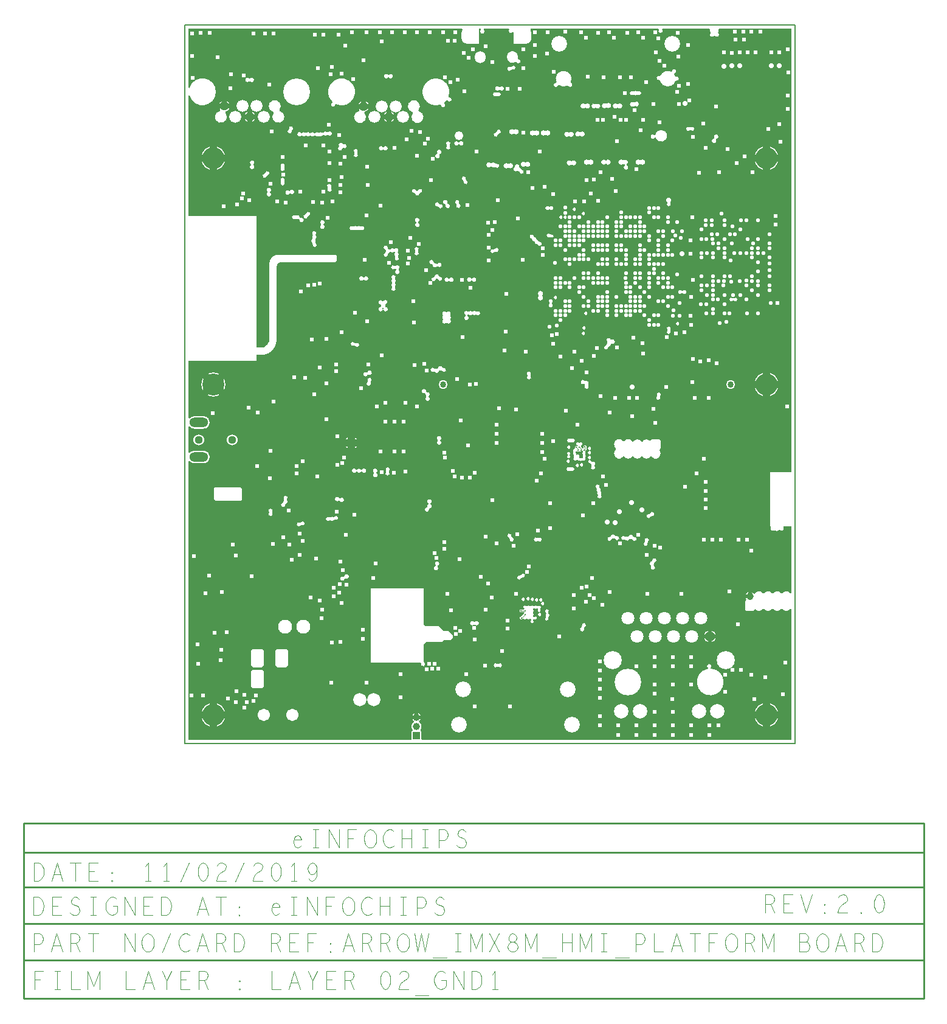
<source format=gbr>
G04 ================== begin FILE IDENTIFICATION RECORD ==================*
G04 Layout Name:  EI_ARROW_IMX8M_HMI_PLATFORM_17_00666_02.brd*
G04 Film Name:    L2_GND1.gbr*
G04 File Format:  Gerber RS274X*
G04 File Origin:  Cadence Allegro 17.2-P019*
G04 Origin Date:  Mon Feb 11 12:30:38 2019*
G04 *
G04 Layer:  DRAWING FORMAT/L2*
G04 Layer:  DRAWING FORMAT/FILM_LABEL_OUTLINE*
G04 Layer:  VIA CLASS/L2_GND1*
G04 Layer:  PIN/L2_GND1*
G04 Layer:  ETCH/L2_GND1*
G04 Layer:  DRAWING FORMAT/FILM_TITLE_BLOCK*
G04 Layer:  BOARD GEOMETRY/OUTLINE*
G04 *
G04 Offset:    (0.00 0.00)*
G04 Mirror:    No*
G04 Mode:      Positive*
G04 Rotation:  0*
G04 FullContactRelief:  No*
G04 UndefLineWidth:     5.00*
G04 ================== end FILE IDENTIFICATION RECORD ====================*
%FSLAX25Y25*MOIN*%
%IR0*IPPOS*OFA0.00000B0.00000*MIA0B0*SFA1.00000B1.00000*%
%ADD11O,.103X.052*%
%ADD17C,.012*%
%ADD19C,.05*%
%ADD14C,.06*%
%ADD18C,.016*%
%ADD10C,.034*%
%ADD12C,.044*%
%ADD21C,.055*%
%ADD16C,.03937*%
%ADD15R,.03937X.03937*%
%ADD13C,.12*%
%ADD20O,.038X.042*%
%ADD22C,.01*%
%ADD23C,.02*%
%ADD24C,.04*%
%ADD25C,.025*%
%ADD26C,.003*%
%ADD27C,.004*%
%ADD28C,.005*%
%ADD29C,.0035*%
%ADD49C,.02104*%
%ADD50C,.02204*%
%ADD31C,.05004*%
%ADD38C,.02404*%
%ADD32C,.06004*%
%ADD45C,.07104*%
%ADD43C,.06204*%
%ADD39C,.01804*%
%ADD36C,.07204*%
%ADD48C,.02804*%
%ADD42C,.06604*%
%ADD40C,.04804*%
%ADD34C,.07604*%
%ADD33C,.06704*%
%ADD37C,.08604*%
%ADD46C,.07904*%
%ADD47C,.09904*%
%ADD35C,.13204*%
%ADD44C,.14604*%
%ADD41C,.14704*%
%ADD30O,.05934X.06524*%
G75*
%LPD*%
G75*
G36*
G01X2001Y2001D02*
Y154684D01*
G02X2532Y154876I300J0D01*
G03X5147Y153650I2615J2176D01*
G01X10247D01*
G03Y160452I0J3401D01*
G01X5147D01*
G03X2532Y159226I0J-3402D01*
G02X2001Y159418I-231J192D01*
G01Y173582D01*
G02X2532Y173774I300J0D01*
G03X5147Y172548I2615J2176D01*
G01X10247D01*
G03Y179350I0J3401D01*
G01X5147D01*
G03X2532Y178124I0J-3402D01*
G02X2001Y178316I-231J192D01*
G01Y209898D01*
X39170D01*
Y212998D01*
X43400D01*
G03X50202Y220500I-1399J8103D01*
G01Y261300D01*
G02X52800Y263898I2557J41D01*
G01X82686D01*
G03X83202Y264500I-93J602D01*
G01Y267400D01*
G03X82600Y267902I-602J-110D01*
G01X51200D01*
G03X46298Y263000I0J-4902D01*
G01Y220500D01*
G02X43500Y217202I-6091J2332D01*
G01X39170D01*
Y289002D01*
X2001D01*
Y354905D01*
G02X2588Y354993I300J0D01*
G03Y359301I7029J2154D01*
G02X2001Y359389I-287J88D01*
G01Y391700D01*
X152009D01*
G02X152252Y391223I1J-300D01*
G03X151642Y389357I2554J-1868D01*
G01Y386601D01*
G03X154806Y383438I3164J1D01*
G01X161416D01*
Y391700D01*
X162197D01*
G02X162377Y391160I0J-300D01*
G03X163823I723J-960D01*
G02X164003Y391700I180J240D01*
G01X177598D01*
G02X177838Y391220I0J-300D01*
G03X179748Y389761I962J-720D01*
G02X180284Y389577I236J-185D01*
G01Y383438D01*
X186894D01*
G03X190058Y386601I0J3164D01*
G01Y389357D01*
G03X189448Y391223I-3164J-2D01*
G02X189691Y391700I242J177D01*
G01X259598D01*
G02X259838Y391220I0J-300D01*
G03X261762I962J-720D01*
G02X262002Y391700I240J180D01*
G01X287552D01*
G02X287831Y391290I0J-300D01*
G03X288335Y389817I1119J-440D01*
G02X288345Y389308I-153J-258D01*
G03X290100Y387815I655J-1008D01*
G02X290639Y387835I274J-121D01*
G03X292431Y389354I1061J565D01*
G02X292411Y389813I183J238D01*
G03X292663Y391260I-811J887D01*
G02X292929Y391700I266J140D01*
G01X332645D01*
Y148846D01*
X320820D01*
Y118922D01*
X321184D01*
G02X321434Y118455I0J-300D01*
G03X323222Y116882I1001J-664D01*
G02X323659Y116834I196J-227D01*
G03X325697Y117014I963J719D01*
G02X326204Y117061I268J-135D01*
G03X328161Y118455I956J729D01*
G02X328411Y118922I250J167D01*
G01X332645D01*
Y82421D01*
G02X332094Y82257I-300J0D01*
G03X327581Y82276I-2263J-1476D01*
G02X327081I-250J166D01*
G03X322581I-2250J-1495D01*
G02X322081I-250J166D01*
G03X317581I-2250J-1495D01*
G02X317081I-250J166D01*
G03X312476Y82105I-2250J-1495D01*
G02X311960Y82095I-261J148D01*
G03X307330Y80781I-2129J-1314D01*
G01Y80381D01*
G03X307815Y78900I2501J-1D01*
G02X307671Y78439I-242J-177D01*
G03X307130Y77681I261J-758D01*
G01Y73481D01*
G03X307931Y72680I801J0D01*
G01X311731D01*
G03X312532Y73481I0J801D01*
G01Y73656D01*
X312751D01*
X312795Y73605D01*
G03X317081Y73886I2036J1776D01*
G02X317581I250J-166D01*
G03X322081I2250J1495D01*
G02X322581I250J-166D01*
G03X327081I2250J1495D01*
G02X327581I250J-166D01*
G03X332094Y73905I2250J1495D01*
G02X332645Y73741I251J-164D01*
G01Y2001D01*
X130062D01*
G02X129764Y2337I0J300D01*
G03X129770Y2432I-795J98D01*
G01Y6368D01*
G03X129235Y7124I-801J0D01*
G02X129107Y7602I100J283D01*
G03X128446Y11763I-2107J1798D01*
G02X128435Y12268I156J256D01*
G03X125565I-1435J2132D01*
G02X125554Y11763I-167J-249D01*
G03X124893Y7602I1446J-2363D01*
G02X124765Y7124I-228J-195D01*
G03X124230Y6368I266J-756D01*
G01Y2432D01*
G03X124236Y2337I801J3D01*
G02X123938Y2001I-298J-36D01*
G01X2001D01*
G37*
%LPC*%
G75*
G36*
G01X36364Y31267D02*
Y39567D01*
G02X37165Y40368I801J0D01*
G01X42365D01*
G02X43166Y39567I0J-801D01*
G01Y31267D01*
G02X42365Y30466I-801J0D01*
G01X37165D01*
G02X36364Y31267I0J801D01*
G37*
G36*
G01Y42684D02*
Y50984D01*
G02X37165Y51786I801J1D01*
G01X42365D01*
G02X43166Y50984I-1J-802D01*
G01Y42684D01*
G02X42365Y41882I-801J-1D01*
G01X37165D01*
G02X36364Y42684I1J802D01*
G37*
G36*
G01X49750D02*
Y50984D01*
G02X50551Y51786I801J1D01*
G01X55751D01*
G02X56552Y50984I-1J-802D01*
G01Y42684D01*
G02X55751Y41882I-801J-1D01*
G01X50551D01*
G02X49750Y42684I1J802D01*
G37*
G36*
G01X30701Y133198D02*
X16699D01*
X15798Y134099D01*
Y139801D01*
X16399Y140402D01*
X30701D01*
X31202Y139901D01*
Y133699D01*
X30701Y133198D01*
G37*
G36*
G01X182531Y375353D02*
G03X182841Y375001I295J-53D01*
G02X181792Y373335I59J-1201D01*
G03X181340Y373463I-277J-116D01*
G02X176643Y375873I-1730J2410D01*
G01Y376463D01*
G02X182577I2967J0D01*
G01Y375873D01*
G02X182531Y375353I-2967J0D01*
G37*
G36*
G01X179429Y369295D02*
G03X178984Y369181I-175J-244D01*
G02X178599Y370678I-1084J519D01*
G03X179044Y370792I175J244D01*
G02X179429Y369295I1084J-519D01*
G37*
G36*
G01X111857Y364938D02*
G03X111377I-240J-180D01*
G02Y366384I-960J723D01*
G03X111857I240J180D01*
G02Y364938I960J-723D01*
G37*
G36*
G01X35723Y362938D02*
G03X35243I-240J-180D01*
G02Y364384I-960J723D01*
G03X35723I240J180D01*
G02Y362938I960J-723D01*
G37*
G36*
G01X269284Y363173D02*
G03X268896Y362981I-102J-282D01*
G02X260598Y363320I-4103J1293D01*
G03X260225Y363543I-293J-66D01*
G02X260420Y365784I-325J1157D01*
G03X260826Y365938I130J270D01*
G02X266667Y368146I3967J-1664D01*
G03X267098Y368413I131J270D01*
G02X268506Y367216I1202J-13D01*
G03X268313Y366748I52J-295D01*
G02X268880Y365616I-3521J-2472D01*
G03X269271Y365428I285J93D01*
G02X269284Y363173I422J-1125D01*
G37*
G36*
G01X172803Y358216D02*
G03X172323I-240J-180D01*
G02Y359662I-960J723D01*
G03X172803I240J180D01*
G02Y358216I960J-723D01*
G37*
G36*
G01X246289Y355492D02*
G03X245896I-196J-226D01*
G02Y357308I-788J908D01*
G03X246289I196J226D01*
G02X247864I788J-908D01*
G03X248258I197J227D01*
G02Y355492I787J-908D01*
G03X247864I-197J-227D01*
G02X246289I-787J908D01*
G37*
G36*
G01X170864Y356659D02*
G03X171264I200J224D01*
G02Y354865I800J-897D01*
G03X170864I-200J-224D01*
G02Y356659I-800J897D01*
G37*
G36*
G01X82924Y350332D02*
G03X82502Y350066I-122J-274D01*
G02X80804Y351195I-1202J34D01*
G03X80885Y351687I-124J273D01*
G02X82924Y350332I5032J5360D01*
G37*
G36*
G01X246793Y349259D02*
G03X246404Y349222I-173J-245D01*
G02X246202Y351341I-1009J973D01*
G03X246591Y351378I173J245D01*
G02X246793Y349259I1009J-973D01*
G37*
G36*
G01X143978Y352468D02*
G03X143461Y352545I-280J-107D01*
G02X142229Y351296I-5813J4501D01*
G03X142253Y350809I187J-235D01*
G02X140398Y349798I-653J-1009D01*
G03X140002Y350082I-300J0D01*
G02X144538Y354480I-2353J6965D01*
G03X144876Y354081I281J-104D01*
G02X143978Y352468I224J-1181D01*
G37*
G36*
G01X231388Y348535D02*
G03X231176Y348518I-98J-114D01*
G02X231018Y350489I-1070J906D01*
G03X231230Y350506I98J114D01*
G02X231388Y348535I1070J-906D01*
G37*
G36*
G01X237497Y348322D02*
G03X237075I-211J-213D01*
G02Y350310I-989J994D01*
G03X237497I211J213D01*
G02Y348322I989J-994D01*
G37*
G36*
G01X219780D02*
G03X219358I-211J-213D01*
G02Y350310I-989J994D01*
G03X219780I211J213D01*
G02Y348322I989J-994D01*
G37*
G36*
G01X225199Y350370D02*
G03X225591Y350368I197J226D01*
G02X225576Y348246I909J-1067D01*
G03X225184Y348248I-197J-226D01*
G02X225199Y350370I-909J1067D01*
G37*
G36*
G01X48752Y345549D02*
G03X48589Y346041I-225J198D01*
G02X51742Y347091I675J3232D01*
G03X51905Y346599I225J-198D01*
G02X48752Y345549I-675J-3232D01*
G37*
G36*
G01X19275Y346637D02*
G03X19451Y347140I-42J297D01*
G02X22226Y346215I2253J2133D01*
G03X22065Y345707I50J-295D01*
G02X19275Y346637I-2330J-2340D01*
G37*
G36*
G01X125052Y345449D02*
G03X124889Y345941I-225J198D01*
G02X128042Y346991I675J3232D01*
G03X128205Y346499I225J-198D01*
G02X125052Y345449I-675J-3232D01*
G37*
G36*
G01X98526Y346115D02*
G03X98365Y345607I50J-295D01*
G02X95575Y346537I-2330J-2340D01*
G03X95751Y347040I-42J297D01*
G02X98526Y346115I2253J2133D01*
G37*
G36*
G01X277380Y336027D02*
G03X276920I-230J-193D01*
G02Y337573I-920J773D01*
G03X277380I230J193D01*
G02Y336027I920J-773D01*
G37*
G36*
G01X56971Y336478D02*
G03X57048Y336656I-67J134D01*
G02X58731Y335922I1152J344D01*
G03X58654Y335744I67J-134D01*
G02X56971Y336478I-1152J-344D01*
G37*
G36*
G01X180623Y334224D02*
G03X180201I-211J-213D01*
G02Y336212I-989J994D01*
G03X180623I211J213D01*
G02Y334224I989J-994D01*
G37*
G36*
G01X197978Y333575D02*
G03X197556I-211J-213D01*
G02Y335563I-989J994D01*
G03X197978I211J213D01*
G02Y333575I989J-994D01*
G37*
G36*
G01X191956Y333557D02*
G03X191534I-211J-213D01*
G02Y335545I-989J994D01*
G03X191956I211J213D01*
G02Y333557I989J-994D01*
G37*
G36*
G01X216870Y332942D02*
G03X216448I-211J-213D01*
G02Y334930I-989J994D01*
G03X216870I211J213D01*
G02Y332942I989J-994D01*
G37*
G36*
G01X210848Y332854D02*
G03X210426I-211J-213D01*
G02Y334842I-989J994D01*
G03X210848I211J213D01*
G02Y332854I989J-994D01*
G37*
G36*
G01X172011Y334101D02*
G03X171691Y333762I-23J-299D01*
G02X170589Y334799I-1191J-162D01*
G03X170909Y335138I23J299D01*
G02X172011Y334101I1191J162D01*
G37*
G36*
G01X145221Y327917D02*
G03X145220Y327478I204J-220D01*
G02X143583Y327483I-821J-878D01*
G03X143584Y327922I-204J220D01*
G02X145221Y327917I821J878D01*
G37*
G36*
G01X86822Y326318D02*
G03X86349Y326064I-173J-245D01*
G02X84408Y326972I-1201J-40D01*
G03X84479Y327366I-184J237D01*
G02X86584Y328519I1021J635D01*
G03X86987Y328379I271J129D01*
G02X86822Y326318I529J-1079D01*
G37*
G36*
G01X92965Y323296D02*
G03X92945Y323752I-204J219D01*
G02X94503Y323820I739J948D01*
G03X94523Y323364I204J-219D01*
G02X92965Y323296I-739J-948D01*
G37*
G36*
G01X250015Y317576D02*
G03X249593I-211J-213D01*
G02Y319564I-989J994D01*
G03X250015I211J213D01*
G02Y317576I989J-994D01*
G37*
G36*
G01X231117D02*
G03X230695I-211J-213D01*
G02Y319564I-989J994D01*
G03X231117I211J213D01*
G02Y317576I989J-994D01*
G37*
G36*
G01X221668D02*
G03X221246I-211J-213D01*
G02Y319564I-989J994D01*
G03X221668I211J213D01*
G02Y317576I989J-994D01*
G37*
G36*
G01X212219Y317201D02*
G03X211797I-211J-213D01*
G02Y319189I-989J994D01*
G03X212219I211J213D01*
G02Y317201I989J-994D01*
G37*
G36*
G01X187023Y316376D02*
G03X186601I-211J-213D01*
G02Y318364I-989J994D01*
G03X187023I211J213D01*
G02Y316376I989J-994D01*
G37*
G36*
G01X170342Y317747D02*
G03X170744Y317626I263J145D01*
G02X170334Y315854I561J-1063D01*
G03X169920Y315923I-242J-177D01*
G02X168125Y316076I-806J1147D01*
G03X167703I-211J-213D01*
G02Y318064I-989J994D01*
G03X168125I211J213D01*
G02X170342Y317747I989J-994D01*
G37*
G36*
G01X177574Y315576D02*
G03X177152I-211J-213D01*
G02Y317564I-989J994D01*
G03X177574I211J213D01*
G02Y315576I989J-994D01*
G37*
G36*
G01X37609Y317377D02*
G03Y316897I180J-240D01*
G02X36163I-723J-960D01*
G03Y317377I-180J240D01*
G02X37609I723J960D01*
G37*
G36*
G01X54492Y315987D02*
G03Y315587I224J-200D01*
G02X52698I-897J-800D01*
G03Y315987I-224J200D01*
G02X54492I897J800D01*
G37*
G36*
G01X183501Y313220D02*
G03X183201Y313500I-299J-20D01*
G02X182407Y313799I-1J1202D01*
G03X182207Y313797I-99J-113D01*
G02X180923Y315791I-807J891D01*
G03X181007Y315973I-60J138D01*
G02X183330Y316058I1150J349D01*
G03X183445Y315879I146J-32D01*
G02X184399Y314782I-245J-1177D01*
G03X184699Y314502I299J20D01*
G02X183501Y313220I1J-1202D01*
G37*
G36*
G01X45257Y311289D02*
G03X44974Y311006I17J-300D01*
G02X43706Y312274I-1200J68D01*
G03X43989Y312557I-17J300D01*
G02X45257Y311289I1200J-68D01*
G37*
G36*
G01X152866Y308029D02*
G03X152656Y308431I-279J110D01*
G02X154052Y309159I278J1169D01*
G03X154262Y308757I279J-110D01*
G02X152866Y308029I-278J-1169D01*
G37*
G36*
G01X54492Y308113D02*
G03Y307713I224J-200D01*
G02X52698I-897J-800D01*
G03Y308113I-224J200D01*
G02X54492I897J800D01*
G37*
G36*
G01X80115Y304837D02*
G03X80165Y304427I241J-179D01*
G02X78433Y304214I-765J-927D01*
G03X78383Y304624I-241J179D01*
G02X80115Y304837I765J927D01*
G37*
G36*
G01X126206Y301359D02*
G03X125867Y301622I-298J-34D01*
G02X126895Y302953I-166J1190D01*
G03X127234Y302690I298J34D01*
G02X127408Y302702I169J-1190D01*
G03X127708Y302964I2J300D01*
G02X128892Y301610I1192J-152D01*
G03X128592Y301348I-2J-300D01*
G02X126206Y301359I-1192J152D01*
G37*
G36*
G01X46762Y302390D02*
G03Y301910I180J-240D01*
G02X45316I-723J-960D01*
G03Y302390I-180J240D01*
G02X46762I723J960D01*
G37*
G36*
G01X266238Y296626D02*
G03X266197Y296203I190J-232D01*
G02X264499I-849J-703D01*
G03X264458Y296626I-231J191D01*
G02X266238I890J1083D01*
G37*
G36*
G01X150346Y296108D02*
G03X150493Y295682I261J-148D01*
G02X148991Y295162I-456J-1112D01*
G03X148844Y295588I-261J148D01*
G02X150346Y296108I456J1112D01*
G37*
G36*
G01X139413Y295739D02*
G03X139802Y295534I290J78D01*
G02X139040Y294086I398J-1134D01*
G03X138651Y294291I-290J-78D01*
G02X139413Y295739I-398J1134D01*
G37*
G36*
G01X200121Y292583D02*
G03X199681Y292582I-220J-205D01*
G02X199680Y294218I-881J817D01*
G03X200120Y294219I220J205D01*
G02X200121Y292583I881J-817D01*
G37*
G36*
G01X67694Y289026D02*
G03X67411Y288743I17J-300D01*
G02X66143Y290011I-1200J68D01*
G03X66426Y290294I-17J300D01*
G02X67694Y289026I1200J-68D01*
G37*
G36*
G01X92571Y281531D02*
G03X92178I-196J-226D01*
G02Y283347I-788J908D01*
G03X92571I196J226D01*
G02X94146I788J-908D01*
G03X94540I197J227D01*
G02X96115I787J-908D01*
G03X96508I197J226D01*
G02Y281531I788J-908D01*
G03X96115I-196J-226D01*
G02X94540I-787J908D01*
G03X94146I-197J-227D01*
G02X92571I-787J908D01*
G37*
G36*
G01X200704Y277423D02*
G03X200308Y277422I-197J-226D01*
G02X200506Y279002I-795J902D01*
G03X200890Y278903I248J168D01*
G02X200704Y277423I410J-803D01*
G37*
G36*
G01X191801Y274881D02*
G03X191521Y275201I-299J20D01*
G02X190401Y276321I79J1199D01*
G03X190121Y276601I-300J-20D01*
G02X191399Y277879I79J1199D01*
G03X191679Y277599I300J20D01*
G02X192799Y276319I-79J-1199D01*
G03X193079Y275999I299J-20D01*
G02X194168Y275086I-78J-1199D01*
G03X194345Y274975I145J35D01*
G02X193432Y273514I255J-1175D01*
G03X193255Y273625I-145J-35D01*
G02X191801Y274881I-255J1175D01*
G37*
G36*
G01X71447Y274726D02*
G03X71579Y274289I253J-162D01*
G02X70085Y273835I-481J-1101D01*
G03X69953Y274272I-253J162D01*
G02X69870Y276434I481J1101D01*
G03X69983Y276859I-141J265D01*
G02X70143Y278343I1017J641D01*
G03X70123Y278783I-213J211D01*
G02X71757Y278857I777J917D01*
G03X71777Y278417I213J-211D01*
G02X71564Y276439I-777J-917D01*
G03X71451Y276014I141J-265D01*
G02X71447Y274726I-1017J-641D01*
G37*
G36*
G01X170230Y269502D02*
G03X169791Y269379I-167J-249D01*
G02X169370Y270882I-1091J505D01*
G03X169809Y271005I167J249D01*
G02X170230Y269502I1091J-505D01*
G37*
G36*
G01X127807Y270041D02*
G03X127815Y269571I190J-232D01*
G02X126319Y269544I-731J-954D01*
G03X126311Y270014I-190J232D01*
G02X127807Y270041I731J954D01*
G37*
G36*
G01X137951Y254752D02*
G03X137601Y254445I-50J-296D01*
G02X136601Y255585I-1201J-45D01*
G03X136951Y255892I50J296D01*
G02X139342Y256107I1201J45D01*
G03X139703Y255857I297J43D01*
G02X138771Y254513I258J-1174D01*
G03X138410Y254763I-297J-43D01*
G02X137951Y254752I-258J1174D01*
G37*
G36*
G01X113515Y254391D02*
G03X113511Y254791I-226J198D01*
G02X115305Y254809I889J809D01*
G03X115309Y254409I226J-198D01*
G02X115193Y252680I-889J-809D01*
G03Y252220I193J-230D01*
G02X115238Y250420I-773J-920D01*
G03Y249980I205J-220D01*
G02X113602I-818J-880D01*
G03Y250420I-205J220D01*
G02X113647Y252220I818J880D01*
G03Y252680I-193J230D01*
G02X113515Y254391I773J920D01*
G37*
G36*
G01X195994Y245611D02*
G03Y245189I213J-211D01*
G02X194006I-994J-989D01*
G03Y245611I-213J211D01*
G02X195994I994J989D01*
G37*
G36*
G01X143746Y230569D02*
G03X143266Y230565I-238J-182D01*
G02X141482Y232160I-967J714D01*
G03Y232600I-205J220D01*
G02Y234360I818J880D01*
G03Y234800I-205J220D01*
G02X143220Y236453I818J880D01*
G03X143680I230J193D01*
G02X145465Y234846I920J-773D01*
G03X145485Y234410I216J-209D01*
G02X145518Y232620I-785J-910D01*
G03Y232180I205J-220D01*
G02X143746Y230569I-817J-881D01*
G37*
G36*
G01X266116Y226714D02*
G03Y226286I211J-214D01*
G02X264572I-772J-786D01*
G03Y226714I-211J214D01*
G02X266116I772J786D01*
G37*
G36*
G01X93164Y219507D02*
G03X93623Y219417I266J139D01*
G02X93336Y217940I777J-917D01*
G03X92877Y218030I-266J-139D01*
G02X93164Y219507I-777J917D01*
G37*
G36*
G01X232471Y217500D02*
G03X232191Y217161I17J-299D01*
G02X230929Y218200I-1191J-161D01*
G03X231209Y218539I-17J299D01*
G02X231677Y219660I1191J161D01*
G03Y220140I-180J240D01*
G02X233559Y221420I723J960D01*
G03X233998Y221240I289J80D01*
G02X234033Y219140I602J-1040D01*
G03X233594Y218840I-141J-265D01*
G02X232471Y217500I-1194J-140D01*
G37*
G36*
G01X187858Y201458D02*
G03X187846Y201897I-210J214D01*
G02X189481Y201942I793J903D01*
G03X189493Y201503I210J-214D01*
G02X187858Y201458I-793J-903D01*
G37*
G36*
G01X100196Y198191D02*
G03X100299Y198619I-147J262D01*
G02X101890Y198237I1001J665D01*
G03X101787Y197809I147J-262D01*
G02X100196Y198191I-1001J-665D01*
G37*
G36*
G01X221134Y196744D02*
G03X221164Y196334I233J-189D01*
G02X219416Y196206I-814J-884D01*
G03X219386Y196616I-233J189D01*
G02X219151Y196912I812J886D01*
G03X218752Y197032I-262J-146D01*
G02X219249Y198688I-552J1068D01*
G03X219648Y198568I262J146D01*
G02X221134Y196744I552J-1068D01*
G37*
G36*
G01X260667Y190274D02*
G03X260633Y190082I95J-116D01*
G02X258833Y190394I-1033J-614D01*
G03X258867Y190586I-95J116D01*
G02X260667Y190274I1033J614D01*
G37*
G36*
G01X211900Y165242D02*
G03X211500I-200J-224D01*
G02Y167036I-800J897D01*
G03X211900I200J224D01*
G02Y165242I800J-897D01*
G37*
G36*
G01X260818Y166083D02*
Y161883D01*
G02X260412Y161186I-801J0D01*
G03X260316Y160751I148J-261D01*
G02X260818Y159183I-2200J-1569D01*
G01Y158783D01*
G02X255866Y157288I-2702J0D01*
G03X255366I-250J-166D01*
G02X250866I-2250J1495D01*
G03X250366I-250J-166D01*
G02X245866I-2250J1495D01*
G03X245366I-250J-166D01*
G02X240866I-2250J1495D01*
G03X240366I-250J-166D01*
G02X235414Y158783I-2250J1495D01*
G01Y159183D01*
G02X236380Y161253I2701J0D01*
G03Y161713I-192J230D01*
G02X235414Y163783I1735J2070D01*
G01Y164183D01*
G02X240366Y165678I2702J0D01*
G03X240866I250J166D01*
G02X245471Y165507I2250J-1495D01*
G03X245987Y165497I261J148D01*
G02X250348Y165312I2129J-1314D01*
G03X250884I268J135D01*
G02X255143Y165649I2232J-1129D01*
G01X255188Y165587D01*
X255414D01*
Y166083D01*
G02X256216Y166884I802J-1D01*
G01X260016D01*
G02X260818Y166083I1J-801D01*
G37*
G36*
G01X211605Y149508D02*
G03X211205I-200J-224D01*
G02Y151302I-800J897D01*
G03X211605I200J224D01*
G02Y149508I800J-897D01*
G37*
G36*
G01X110372Y148956D02*
G03X110394Y149415I-182J239D01*
G02X111938Y149342I815J883D01*
G03X111916Y148883I182J-239D01*
G02X110372Y148956I-815J-883D01*
G37*
G36*
G01X228135Y136544D02*
G03X228157Y136334I117J-94D01*
G02X226465Y136156I-757J-934D01*
G03X226443Y136366I-117J94D01*
G02X226192Y137954I757J934D01*
G03X226158Y138154I-126J81D01*
G02X225821Y139629I742J946D01*
G03X225754Y139829I-135J66D01*
G02X227379Y140371I546J1071D01*
G03X227446Y140171I135J-66D01*
G02X227908Y138446I-546J-1071D01*
G03X227942Y138246I126J-81D01*
G02X228135Y136544I-742J-946D01*
G37*
G36*
G01X55332Y131308D02*
G03X55076Y130948I38J-298D01*
G02X53748Y131892I-1176J-248D01*
G03X54004Y132252I-38J298D01*
G02X54362Y133380I1176J248D01*
G03Y133820I-205J220D01*
G02X55998I818J880D01*
G03Y133380I205J-220D01*
G02X55332Y131308I-818J-880D01*
G37*
G36*
G01X46132Y126603D02*
G03X46133Y126811I-108J105D01*
G02X47866Y126801I871J828D01*
G03X47865Y126593I108J-105D01*
G02X46132Y126603I-871J-828D01*
G37*
G36*
G01X255874Y124628D02*
G03X255484Y124394I-94J-285D01*
G02X254677Y125741I-1184J206D01*
G03X255067Y125975I94J285D01*
G02X255874Y124628I1184J-206D01*
G37*
G36*
G01X79820Y122282D02*
G03X79380I-220J-205D01*
G02Y123918I-880J818D01*
G03X79820I220J205D01*
G02X81386Y124087I880J-818D01*
G03X81821Y124191I171J247D01*
G02X82193Y122634I1058J-570D01*
G03X81758Y122530I-171J-247D01*
G02X79820Y122282I-1058J570D01*
G37*
G36*
G01X63956Y119613D02*
G03X63527Y119520I-171J-246D01*
G02X63180Y121120I-1034J613D01*
G03X63609Y121213I171J246D01*
G02X63956Y119613I1034J-613D01*
G37*
G36*
G01X234398Y112260D02*
G03X234005Y112009I-95J-284D01*
G02X233191Y113281I-1195J132D01*
G03X233584Y113532I95J284D01*
G02X235920Y113779I1195J-132D01*
G03X236363Y113619I285J95D01*
G02X235859Y112221I637J-1019D01*
G03X235416Y112381I-285J-95D01*
G02X234398Y112260I-637J1019D01*
G37*
G36*
G01X245809Y113485D02*
G03X246202Y113248I296J47D01*
G02X245402Y111925I388J-1138D01*
G03X245009Y112162I-296J-47D01*
G02X244213Y112169I-388J1138D01*
G03X243820Y111959I-102J-282D01*
G02X241637Y111605I-1167J288D01*
G03X241205Y111686I-254J-160D01*
G02X241506Y113295I-715J966D01*
G03X241938Y113214I254J160D01*
G02X243061Y113378I715J-967D01*
G03X243454Y113588I102J282D01*
G02X245809Y113485I1167J-288D01*
G37*
G36*
G01X193749Y110934D02*
G03X193356I-196J-226D01*
G02Y112750I-788J908D01*
G03X193749I197J226D01*
G02Y110934I788J-908D01*
G37*
G36*
G01X179111Y113441D02*
G03X179342Y113030I277J-115D01*
G02X178047Y112301I-184J-1188D01*
G03X177816Y112712I-277J115D01*
G02X179111Y113441I184J1188D01*
G37*
G36*
G01X252158Y110473D02*
G03X252278Y110898I-136J268D01*
G02X253842Y110457I1022J632D01*
G03X253722Y110032I136J-268D01*
G02X252158Y110473I-1022J-632D01*
G37*
G36*
G01X255661Y97151D02*
G03X255572Y97601I-234J188D01*
G02X255991Y99844I581J1052D01*
G03X256242Y100211I-41J297D01*
G02X257574Y99297I1170J277D01*
G03X257323Y98930I41J-297D01*
G02X257092Y97902I-1170J-277D01*
G03X257181Y97452I234J-188D01*
G02X255661Y97151I-581J-1052D01*
G37*
G36*
G01X184976Y90975D02*
G03X184577Y90755I-105J-281D01*
G02X183824Y92125I-1177J245D01*
G03X184223Y92345I105J281D01*
G02X184976Y90975I1177J-245D01*
G37*
G36*
G01X159040Y65277D02*
G03X158560I-240J-180D01*
G02Y66723I-960J723D01*
G03X159040I240J180D01*
G02Y65277I960J-723D01*
G37*
G36*
G01X219100Y62531D02*
Y62477D01*
X219081Y62378D01*
G02X217589Y63761I-1181J222D01*
G01X217700Y63791D01*
Y64415D01*
X217689Y64442D01*
G02X219200Y63767I1111J458D01*
G01X219100Y63731D01*
Y62665D01*
G02Y62535I-1200J-65D01*
G01Y62531D01*
G37*
G36*
G01X130902Y54399D02*
Y44768D01*
X131001Y44733D01*
G02X129498Y44079I-401J-1133D01*
G03X129222Y44498I-275J119D01*
G01X101998D01*
Y85202D01*
X130902D01*
Y65501D01*
X132101Y64302D01*
X139101D01*
X141801Y61602D01*
X144501D01*
X146902Y59201D01*
Y57999D01*
X145601Y56698D01*
X141801D01*
X140901Y55798D01*
X132301D01*
X130902Y54399D01*
G37*
G36*
G01X171808Y42094D02*
G03X171364I-222J-201D01*
G02Y43706I-892J806D01*
G03X171808I222J201D01*
G02Y42094I892J-806D01*
G37*
G36*
G01X288483Y41079D02*
G02X286721Y40958I-384J-7292D01*
G03X286831Y41501I-57J294D01*
G02X288300Y41602I669J999D01*
G03X288483Y41079I199J-224D01*
G37*
G36*
G01X190918Y67601D02*
G02X189882I-518J-738D01*
G03Y68093I-172J246D01*
G02X189661Y68314I518J739D01*
G03X189170I-245J-173D01*
G02X187693Y68313I-739J517D01*
G03X187201I-246J-172D01*
G02X185725I-738J518D01*
G03X185235Y68314I-245J-173D01*
G02X184282Y69712I-735J523D01*
G01X184323Y69722D01*
X185578Y70977D01*
X185588Y71018D01*
G02X186145Y71644I875J-218D01*
G03Y71925I-53J140D01*
G02X185964Y72018I319J844D01*
G01X184799D01*
G02Y73520I-499J751D01*
G01X185964D01*
G02X186144Y73613I501J-750D01*
G03Y73893I-53J140D01*
G02X187201Y75255I319J844D01*
G03X187693I246J172D01*
G02X189170Y75254I738J-518D01*
G03X189661I245J173D01*
G02X191139I739J-517D01*
G03X191630I245J173D01*
G02X193107Y75255I739J-517D01*
G03X193599I246J172D01*
G02X194919Y74048I738J-518D01*
G03X194909Y73599I194J-229D01*
G02X193714Y73626I-613J-662D01*
G03X193724Y74075I-194J229D01*
G02X193599Y74219I615J660D01*
G03X193107I-246J-172D01*
G02X191630Y74220I-738J518D01*
G03X191139I-245J-173D01*
G02X190918Y73999I-739J518D01*
G03Y73507I172J-246D01*
G02X190917Y72030I-518J-738D01*
G03Y71539I173J-245D01*
G02Y70061I-517J-739D01*
G03Y69570I173J-246D01*
G02X191087Y69415I-518J-738D01*
G03X191536Y69407I228J195D01*
G02X191513Y68212I664J-611D01*
G03X191064Y68220I-228J-195D01*
G02X190918Y68093I-662J613D01*
G03Y67601I172J-246D01*
G37*
G36*
G01X199141Y68814D02*
G02X197988Y69103I-742J-514D01*
G03X198076Y69569I-137J267D01*
G02X198141Y71099I824J731D01*
G03X198056Y71591I-206J218D01*
G02X199259Y71801I444J1009D01*
G03X199344Y71309I206J-218D01*
G02X199283Y69267I-444J-1009D01*
G03X199141Y68814I104J-281D01*
G37*
G36*
G01X87502Y90397D02*
G02X87019Y91363I-1202J3D01*
G03X87498Y91603I179J241D01*
G02X87981Y90637I1202J-3D01*
G03X87502Y90397I-179J-241D01*
G37*
G36*
G01X138478Y97016D02*
G02X137402Y97265I-779J-916D01*
G03X137522Y97784I-74J291D01*
G02X138598Y97535I779J916D01*
G03X138478Y97016I74J-291D01*
G37*
G36*
G01X133878Y128440D02*
G02X132643Y129401I-1178J-240D01*
G03X132922Y129760I-15J299D01*
G02X133573Y131080I1178J240D01*
G03Y131620I-131J270D01*
G02X134627I527J1080D01*
G03Y131080I131J-270D01*
G02X134157Y128799I-527J-1080D01*
G03X133878Y128440I15J-299D01*
G37*
G36*
G01X85128Y134328D02*
G02X84877Y133073I872J-827D01*
G03X84379Y133172I-280J-107D01*
G02X84630Y134427I-872J827D01*
G03X85128Y134328I280J107D01*
G37*
G36*
G01X105103Y148095D02*
G02X103688Y148002I-644J-1015D01*
G03X103656Y148485I-193J230D01*
G02X105071Y148578I644J1015D01*
G03X105103Y148095I193J-230D01*
G37*
G36*
G01X93880Y148973D02*
G02Y150027I-1080J527D01*
G03X94420I270J131D01*
G02X96580I1080J-527D01*
G03X97120I270J131D01*
G02Y148973I1080J-527D01*
G03X96580I-270J-131D01*
G02X94420I-1080J527D01*
G03X93880I-270J-131D01*
G37*
G36*
G01X224736Y152090D02*
G02X222942I-897J-800D01*
G03Y152490I-224J200D01*
G02X222640Y153376I897J800D01*
G03X222256Y153685I-299J21D01*
G02X222899Y154624I-256J865D01*
G03X223326Y154377I299J24D01*
G02X224736Y152490I513J-1087D01*
G03Y152090I224J-200D01*
G37*
G36*
G01X211070Y157853D02*
G02X209891Y157874I-602J-672D01*
G03X209899Y158328I-192J230D01*
G02X211078Y158307I602J672D01*
G03X211070Y157853I192J-230D01*
G37*
G36*
G01X140094Y165882D02*
G02X138706I-694J-982D01*
G03Y166371I-173J245D01*
G02X140094I694J982D01*
G03Y165882I173J-244D01*
G37*
G36*
G01X133719Y189930D02*
G02X132397Y189875I-619J-1030D01*
G03X132377Y190376I-175J244D01*
G02X131812Y191611I619J1030D01*
G03X131433Y191950I-296J51D01*
G02X132284Y192900I-333J1155D01*
G03X132663Y192561I296J-51D01*
G02X133699Y190431I333J-1155D01*
G03X133719Y189930I175J-244D01*
G37*
G36*
G01X100156Y202069D02*
G02X99685Y203388I-1156J331D01*
G03X100144Y203552I171J246D01*
G02X100615Y202233I1156J-331D01*
G03X100156Y202069I-171J-246D01*
G37*
G36*
G01X139318Y204283D02*
G02X137074Y203719I-1202J35D01*
G03X136631Y203807I-260J-150D01*
G02X136942Y205360I-731J954D01*
G03X137385Y205272I260J150D01*
G02X138502Y205456I731J-954D01*
G03X138898Y205732I96J284D01*
G02X141256Y206026I1202J-35D01*
G03X141649Y205826I289J81D01*
G02X140913Y204371I420J-1126D01*
G03X140520Y204571I-289J-81D01*
G02X139714Y204559I-420J1126D01*
G03X139318Y204283I-96J-284D01*
G37*
G36*
G01X154943Y234272D02*
G02X153857I-543J-1072D01*
G03Y234808I-135J268D01*
G02X155280Y236698I542J1072D01*
G03X155720I220J205D01*
G02X157480I880J-818D01*
G03X157920I220J205D01*
G02X159638Y236742I881J-818D01*
G03X160037Y236725I209J215D01*
G02X159961Y234933I762J-930D01*
G03X159562Y234950I-209J-215D01*
G02X157920Y235062I-761J930D01*
G03X157480I-220J-205D01*
G02X155720I-880J818D01*
G03X155280I-220J-205D01*
G02X154943Y234808I-881J818D01*
G03Y234272I135J-268D01*
G37*
G36*
G01X108350Y238586D02*
G02X107247Y239201I-1050J-586D01*
G03X107516Y239600I-14J299D01*
G02X107473Y240242I1134J398D01*
G03X107203Y240602I-294J61D01*
G02X108317Y242440I97J1198D01*
G03X108837Y242460I254J160D01*
G02X110056Y240708I1063J-560D01*
G03X109806Y240329I39J-297D01*
G02X109784Y239601I-1156J-329D01*
G03X110073Y239202I283J-99D01*
G02X108966Y238399I27J-1202D01*
G03X108677Y238798I-283J99D01*
G02X108499Y238807I-28J1202D01*
G03X108350Y238586I-18J-149D01*
G37*
G36*
G01X201221Y241043D02*
G02X200081I-570J-943D01*
G03Y241557I-155J257D01*
G02X201221I570J943D01*
G03Y241043I155J-257D01*
G37*
G36*
G01X300533Y242660D02*
G02X300524Y243924I-907J626D01*
G03X301016Y243928I245J174D01*
G02X301025Y242664I907J-626D01*
G03X300533Y242660I-245J-174D01*
G37*
G36*
G01X272962Y247978D02*
G02X272952Y246838I938J-578D01*
G03X272438Y246842I-258J-153D01*
G02X272448Y247982I-938J578D01*
G03X272962Y247978I258J153D01*
G37*
G36*
G01X144591Y253460D02*
G02Y254774I-1007J657D01*
G03X145093I251J164D01*
G02Y253460I1007J-657D01*
G03X144591I-251J-164D01*
G37*
G36*
G01X157557Y254742D02*
G02X157496Y253605I1027J-625D01*
G03X156969Y253634I-271J-127D01*
G02X157030Y254771I-1027J625D01*
G03X157557Y254742I271J127D01*
G37*
G36*
G01X97838Y254147D02*
G02Y255449I-1011J651D01*
G03X98342I252J162D01*
G02Y254147I1011J-651D01*
G03X97838I-252J-162D01*
G37*
G36*
G01X117161Y259405D02*
G02X115843I-659J-1005D01*
G03Y259907I-165J251D01*
G02X115620Y260095I658J1006D01*
G03X115180I-220J-204D01*
G02Y261729I-882J817D01*
G03X115620I220J204D01*
G02X117161Y259907I882J-817D01*
G03Y259405I165J-251D01*
G37*
G36*
G01X138148Y261511D02*
G02X135912Y262285I-1048J589D01*
G03X135544Y262623I-296J47D01*
G02X136445Y263605I-287J1167D01*
G03X136813Y263267I296J-47D01*
G02X138040Y262849I287J-1167D01*
G03X138536Y262889I235J187D01*
G02X138644Y261551I1048J-589D01*
G03X138148Y261511I-235J-187D01*
G37*
G36*
G01X116920Y266737D02*
G02X115350Y266598I-705J-974D01*
G03X115310Y267049I-216J208D01*
G02X115171Y268879I705J974D01*
G03X115148Y269326I-211J213D01*
G02X115020Y269445I752J938D01*
G03X114580I-220J-204D01*
G02X112860Y269400I-882J817D01*
G03X112381Y269316I-209J-215D01*
G02X111553Y268666I-1081J525D01*
G03X111333Y268273I63J-293D01*
G02X109947Y269047I-1133J-401D01*
G03X110167Y269440I-63J293D01*
G02X110163Y270231I1133J401D01*
G03X109929Y270624I-284J97D01*
G02X111266Y271419I200J1185D01*
G03X111500Y271026I284J-97D01*
G02X112138Y270703I-199J-1185D01*
G03X112617Y270787I209J215D01*
G02X114580Y271079I1081J-525D01*
G03X115020I220J204D01*
G02X116746Y269406I882J-817D01*
G03X116769Y268959I211J-213D01*
G02X116880Y267188I-754J-936D01*
G03X116920Y266737I216J-208D01*
G37*
G36*
G01X76069Y284100D02*
G02X74734Y284099I-667J-1000D01*
G03X74733Y284598I-167J249D01*
G02X76068Y284599I667J1000D01*
G03X76069Y284100I167J-249D01*
G37*
G36*
G01X128004Y285282D02*
G02X126884Y285204I-486J-1099D01*
G03X126847Y285734I-158J255D01*
G02X127967Y285812I486J1099D01*
G03X128004Y285282I158J-255D01*
G37*
G36*
G01X63485Y287904D02*
G02X62778Y287017I475J-1104D01*
G03X62364Y287347I-295J54D01*
G02X61089Y287554I-475J1104D01*
G03X60689I-200J-224D01*
G02Y289348I-800J897D01*
G03X61089I200J224D01*
G02X63071Y288234I800J-897D01*
G03X63485Y287904I295J-54D01*
G37*
G36*
G01X144140Y295772D02*
G02X143044Y295082I-9J-1202D01*
G03X142775Y295510I-271J128D01*
G02X143871Y296200I9J1202D01*
G03X144140Y295772I271J-128D01*
G37*
G36*
G01X57376Y301365D02*
G02X57144Y302755I-1076J535D01*
G03X57624Y302835I211J214D01*
G02X57856Y301445I1076J-535D01*
G03X57376Y301365I-211J-214D01*
G37*
G36*
G01X242320Y316826D02*
G02X241225Y316695I-421J-1126D01*
G03X241144Y317230I-169J248D01*
G02X240566Y317576I410J1341D01*
G03X240144I-211J-213D01*
G02Y319564I-989J994D01*
G03X240566I211J213D01*
G02X242272Y317365I989J-994D01*
G03X242320Y316826I153J-258D01*
G37*
G36*
G01X139491Y322547D02*
G02X138309Y323054I-991J-680D01*
G03X138509Y323520I-47J296D01*
G02X139691Y323013I991J680D01*
G03X139491Y322547I47J-296D01*
G37*
G36*
G01X108555Y325382D02*
G02Y326818I-964J718D01*
G03X109036I240J179D01*
G02Y325382I964J-718D01*
G03X108555I-240J-179D01*
G37*
G36*
G01X149980Y328280D02*
G02Y329334I-1080J527D01*
G03X150520I270J131D01*
G02Y328280I1080J-527D01*
G03X149980I-270J-131D01*
G37*
G36*
G01X291230Y330854D02*
G02X290063Y331406I-1017J-641D01*
G03X290279Y331863I-38J297D01*
G02X291446Y331311I1017J641D01*
G03X291230Y330854I38J-297D01*
G37*
G36*
G01X258049Y333422D02*
G02X258209Y331897I3172J-438D01*
G03X257662Y331936I-282J-102D01*
G02X257522Y333271I-1062J563D01*
G03X258049Y333422I230J193D01*
G37*
G36*
G01X73287Y332902D02*
G02X71476Y333149I-800J897D01*
G03X70971Y333150I-253J-162D01*
G02X69002Y333080I-1009J653D01*
G03X68522I-240J-180D01*
G02X66632Y333042I-960J723D01*
G03X66167I-233J-190D01*
G02X64277Y333080I-930J761D01*
G03X63797I-240J-180D01*
G02Y334526I-960J723D01*
G03X64277I240J180D01*
G02X66167Y334564I960J-723D01*
G03X66632I233J190D01*
G02X68522Y334526I930J-761D01*
G03X69002I240J180D01*
G02X70973Y334453I960J-723D01*
G03X71478Y334452I253J162D01*
G02X73287Y334696I1009J-653D01*
G03X73687I200J224D01*
G02X75396Y334586I800J-897D01*
G03X75900Y334668I227J196D01*
G02X77971Y334933I1111J-458D01*
G03X78451I240J180D01*
G02Y333487I960J-723D01*
G03X77971I-240J-180D01*
G02X76102Y333423I-960J723D01*
G03X75598Y333341I-227J-196D01*
G02X73687Y332902I-1111J458D01*
G03X73287I-200J-224D01*
G37*
G36*
G01X204595Y360666D02*
G02X203522Y361996I-1195J134D01*
G03X203823Y362423I30J298D01*
G02X211593Y362429I3884J1851D01*
G03X211749Y362023I271J-129D01*
G02X210208Y360382I-463J-1109D01*
G03X209794Y360512I-269J-133D01*
G02X205076Y360870I-2087J3762D01*
G03X204595Y360666I-183J-237D01*
G37*
G36*
G01X217828Y155184D02*
G02X216417Y155145I-721J542D01*
G03X216023Y155202I-229J-193D01*
G02X214938Y155273I-495J754D01*
G03X214546I-196J-227D01*
G02X213274Y156545I-589J683D01*
G03Y156937I-227J196D01*
G02X213203Y158022I683J590D01*
G03X213146Y158416I-250J165D01*
G02X213044Y159695I581J690D01*
G03Y160087I-227J196D01*
G02X213615Y161571I683J589D01*
G03X213858Y161976I-37J298D01*
G02X215229Y163031I842J324D01*
G03X215639Y163088I175J243D01*
G02X215753Y163207I706J-562D01*
G03X215606Y163462I-98J113D01*
G02X216022Y164868I-296J852D01*
G03X216471Y164839I237J184D01*
G02X217351Y163332I636J-639D01*
G03X217161Y162914I81J-289D01*
G02X217210Y162787I-815J-387D01*
G01X217221Y162750D01*
X217884Y162087D01*
Y161866D01*
G03X218363Y161625I300J0D01*
G02X218566Y161738I537J-725D01*
G01X218660Y161776D01*
Y162158D01*
X218643Y162192D01*
G02X220231I794J427D01*
G01X220214Y162158D01*
Y161115D01*
X219775Y160677D01*
X219764Y160640D01*
G02X219461Y160194I-864J261D01*
G03X219436Y159746I186J-235D01*
G02X219515Y158556I-636J-640D01*
G03X219540Y158162I238J-183D01*
G02X219543Y156894I-640J-636D01*
G03X219518Y156502I214J-210D01*
G02X218250Y155241I-718J-546D01*
G03X217828Y155184I-183J-238D01*
G37*
G54D49*
X288849Y284231D03*
X285700Y286790D03*
X295717Y253523D03*
X289568D03*
X264829Y270457D03*
G54D50*
X252033Y239749D03*
X249474Y244866D03*
X267431Y244867D03*
X314172Y253523D03*
X286418Y268877D03*
X311023Y266318D03*
X259711Y270456D03*
X295867Y268877D03*
Y240627D03*
X257151Y229512D03*
X259710Y229511D03*
X295867Y235609D03*
X289567Y238168D03*
X267977Y237413D03*
X289568Y268877D03*
X264829Y239749D03*
X286418Y245845D03*
X317322Y268877D03*
X259710Y262779D03*
X271900Y277000D03*
X314172Y268877D03*
X269888Y285811D03*
X289568Y273995D03*
X289567Y243286D03*
X254592Y232071D03*
X295967Y245845D03*
X285700Y284231D03*
X264829Y288370D03*
X297070Y231000D03*
X264829Y252544D03*
X289568Y250963D03*
X295867Y256082D03*
X262270Y255103D03*
X307873Y250964D03*
X295893Y276555D03*
X254593Y290929D03*
X267641Y234489D03*
X285976Y240727D03*
X292126Y243286D03*
X295893Y286791D03*
X259710Y293489D03*
X311023Y256082D03*
X299017D03*
X269900Y257000D03*
X298893Y279114D03*
X254592Y293489D03*
Y229511D03*
X271247Y234529D03*
X285976Y235609D03*
X267483Y280733D03*
X286046Y276554D03*
X262270Y249985D03*
X292717Y253523D03*
Y271436D03*
X264829Y273015D03*
X272600Y280700D03*
X289202Y276559D03*
X257151Y293489D03*
X295893Y284232D03*
X271400Y241500D03*
X289577Y245845D03*
X291999Y279113D03*
X264829Y255103D03*
X203000Y263300D03*
X295867Y266318D03*
X264829Y267897D03*
X208563Y293888D03*
X254592Y265338D03*
Y262779D03*
Y257662D03*
X257151Y267897D03*
X262270D03*
X259710D03*
Y275574D03*
X259712Y273016D03*
X262271Y280692D03*
X259711D03*
Y242308D03*
X304600Y245846D03*
X300700D03*
X289570Y248405D03*
X314173Y258641D03*
X304400Y253535D03*
X289567Y256082D03*
X283268Y250964D03*
X314173Y263759D03*
X304723Y268877D03*
X283268D03*
X289567Y266318D03*
X308573Y276554D03*
X304723Y281672D03*
X299900Y273995D03*
X292717D03*
X288849Y286790D03*
X321400Y241500D03*
X320472Y256082D03*
Y250964D03*
Y266318D03*
X320493Y279103D03*
X320472Y271436D03*
X320750Y263000D03*
X320700Y259300D03*
X262271Y242308D03*
X259710Y234630D03*
X257150D03*
X259710Y288370D03*
X257150D03*
X314173Y235610D03*
X293400Y230500D03*
X298771Y235614D03*
X289567Y235610D03*
X307873Y243287D03*
X283070Y240728D03*
X301517Y279113D03*
X314373Y286790D03*
X305023D03*
X307873D03*
X294270Y290500D03*
X300400Y283500D03*
X259711Y252544D03*
X264829Y249985D03*
X262270Y257662D03*
X259711Y255103D03*
X299735Y252974D03*
X301300Y268757D03*
X283268Y256082D03*
Y266318D03*
Y281672D03*
X314173Y245846D03*
Y276554D03*
X308173Y235610D03*
X208580Y290879D03*
X223885Y283251D03*
X244356Y278133D03*
X216208D03*
X246915Y280692D03*
X244356Y283251D03*
X252033D03*
X246915D03*
X221326Y280693D03*
Y285810D03*
X249474Y280692D03*
X218767Y283251D03*
X208530Y270456D03*
X226443Y262779D03*
X229003D03*
X231562D03*
X241797Y267897D03*
Y265338D03*
X239238Y262779D03*
X241797D03*
Y252544D03*
X241697Y255103D03*
X241797Y257662D03*
X229003Y265338D03*
X236680Y262779D03*
X241797Y270456D03*
X252033Y234629D03*
X254593Y267898D03*
X226443Y257662D03*
X249474Y249985D03*
X244356Y234630D03*
Y249985D03*
X241797Y249984D03*
X236679Y265338D03*
X241797Y247426D03*
X231562Y280692D03*
X252033Y280693D03*
X229003Y280692D03*
X244356D03*
X239238Y283251D03*
Y285810D03*
X218767Y267898D03*
X216208Y267897D03*
X221326Y265338D03*
X218767Y265339D03*
X216208Y265338D03*
X246915Y278133D03*
X236679Y234630D03*
X211090Y249985D03*
X239238Y290929D03*
X208530Y252544D03*
X211090D03*
X203412Y249984D03*
X205971Y232070D03*
Y249984D03*
X203412Y252543D03*
X205971D03*
X211090Y237190D03*
X208530Y242308D03*
X211090D03*
X203412Y237189D03*
X205971D03*
X203137Y234571D03*
X205971Y234629D03*
X208530Y237190D03*
X221326Y239749D03*
X211090D03*
X208530D03*
X218767Y244867D03*
X249474Y239749D03*
X236679Y280692D03*
X241797D03*
X249474Y283251D03*
X244356Y247426D03*
X231562Y234630D03*
Y288370D03*
X213649D03*
X211090Y275574D03*
X231562Y247426D03*
X320472Y248405D03*
Y273995D03*
X311623D03*
X295867Y271430D03*
X283268Y276554D03*
X311023Y248405D03*
X216208Y283251D03*
X223885Y278133D03*
X221326D03*
X283200Y248400D03*
X295367Y250964D03*
X203412Y255102D03*
X205971D03*
X213649Y265338D03*
X211090Y262779D03*
Y265338D03*
X208530D03*
X216208Y247426D03*
X218767Y249985D03*
X216208D03*
X246915Y288370D03*
X244356D03*
X211090Y278133D03*
X213649Y275574D03*
X203412D03*
X205971D03*
X213649Y273015D03*
X211090D03*
X218767Y278133D03*
X239239Y288370D03*
X241797D03*
X249474Y285811D03*
Y288370D03*
X264829Y244867D03*
X314172Y250964D03*
X311023Y253523D03*
Y268878D03*
X262270Y278133D03*
X267388Y267897D03*
X299322Y264822D03*
X216208Y288370D03*
X264829Y285811D03*
X267388Y249985D03*
X286400Y250970D03*
X307874Y268877D03*
X288849Y279113D03*
X269100Y278500D03*
X314172Y271436D03*
X229003Y285810D03*
X311023Y271436D03*
X267388Y275574D03*
X307940Y253589D03*
X249474Y237190D03*
Y278133D03*
X208530Y234629D03*
X257151Y257662D03*
X218766Y275574D03*
X216208Y273015D03*
X252033Y247426D03*
X211090Y283251D03*
X205964Y283258D03*
X208530Y283251D03*
X211090Y285810D03*
Y280692D03*
X236679Y278133D03*
Y237190D03*
X239238Y239749D03*
X236679D03*
X241797D03*
X239238Y237190D03*
X229003Y244867D03*
X231568Y239755D03*
X229003Y239749D03*
X211090Y288370D03*
X213649Y278133D03*
X208530Y280692D03*
X231562Y242308D03*
X200100Y228500D03*
X244356Y242308D03*
X246916Y244867D03*
X226444Y239749D03*
Y237190D03*
Y242308D03*
X203800Y229100D03*
X246915Y242308D03*
X244356Y239749D03*
X246915D03*
X231562Y278133D03*
X236679Y244867D03*
X244357D03*
X241797Y237189D03*
X244356Y237190D03*
X257145Y260227D03*
X246915Y237190D03*
X262270Y262779D03*
X241797Y234630D03*
X257151Y262779D03*
X231562Y237190D03*
X223885Y280692D03*
X226443Y278133D03*
X216208Y275574D03*
X246915Y252544D03*
X213649Y255102D03*
X249474Y273015D03*
Y270456D03*
Y267897D03*
Y265338D03*
X246915D03*
X249474Y262779D03*
X246915D03*
X249474Y255103D03*
Y257662D03*
X246915Y255103D03*
Y257662D03*
X252033Y270456D03*
X254592Y275574D03*
Y278133D03*
Y249985D03*
Y255103D03*
Y252544D03*
Y244867D03*
X231562D03*
X249474Y242308D03*
X218767Y280692D03*
X213649D03*
X226444Y285810D03*
X231562Y252544D03*
Y255103D03*
X229003Y252544D03*
Y255103D03*
X223885Y252544D03*
Y255103D03*
X221326D03*
X218766D03*
X226444D03*
Y252544D03*
X218766Y257662D03*
X221325D03*
X236679Y273015D03*
X239238Y273016D03*
X236679Y270456D03*
X239238Y270457D03*
X231561Y265338D03*
X223885Y270456D03*
X226444D03*
X229003D03*
Y273015D03*
X231562Y270456D03*
Y273015D03*
X226444D03*
X223885D03*
X241797Y278133D03*
X236679Y283251D03*
X218767Y270456D03*
X229003Y283251D03*
X231562D03*
X226444Y244867D03*
X218767Y239749D03*
X221326Y242308D03*
X203412Y273015D03*
X205971D03*
X229003Y242308D03*
X223885Y237190D03*
X208530Y278133D03*
X229003D03*
X226444Y280692D03*
X236679Y285810D03*
X239238Y278133D03*
X226444Y283251D03*
X221326D03*
G54D31*
X141732Y196850D03*
X299212D03*
G54D38*
X195785Y159584D03*
X110035Y176320D03*
X115035D03*
X120035D03*
X77650Y177595D03*
X155337Y163553D03*
X83050Y207850D03*
X53816Y112984D03*
X109931Y186634D03*
X121069Y186586D03*
X107900Y148700D03*
X114500Y148500D03*
X70950Y191550D03*
X100700Y207900D03*
X131313Y208012D03*
X170981Y174584D03*
X195900Y169584D03*
X195785Y164584D03*
X88384Y114500D03*
X36684Y91616D03*
X13284Y92016D03*
X65945Y200555D03*
X170981Y164584D03*
X83000Y204200D03*
X146900Y149300D03*
X147800Y146400D03*
X151900Y145800D03*
X156200Y145900D03*
X158900Y148300D03*
X187518Y93946D03*
X154150Y38150D03*
X158912Y20312D03*
X178312D03*
X164950Y113430D03*
X85800Y77200D03*
X80500Y55500D03*
X85300Y55600D03*
X64641Y154784D03*
X120849Y148909D03*
X186800Y214800D03*
X57400Y109100D03*
X96652Y194587D03*
X149300Y199625D03*
X151400Y177126D03*
X174084Y50784D03*
X170981Y169584D03*
X159500Y197100D03*
X156200Y196900D03*
X39633Y151933D03*
X118320Y25520D03*
X118400Y38080D03*
X15367Y181067D03*
X87300Y156800D03*
X86300Y153600D03*
X83600Y152900D03*
X115035Y160178D03*
X107335D03*
X175200Y215500D03*
X120035Y160178D03*
X177064Y63200D03*
X177100Y67500D03*
X27800Y103000D03*
X4800Y102800D03*
X125800Y207400D03*
X97757Y62310D03*
X142321Y106857D03*
X145900Y73100D03*
X168500Y133400D03*
X97757Y57310D03*
X142321Y110297D03*
X132500Y40900D03*
X133800Y43600D03*
X137100D03*
X138900Y41200D03*
X135700Y41000D03*
X80400Y33500D03*
X99500D03*
X148400Y63400D03*
X143803Y81989D03*
X148744Y60051D03*
X150900Y61900D03*
X159100Y57200D03*
X35017Y184000D03*
X69100Y80200D03*
X74064Y78333D03*
X75000Y68900D03*
X75200Y73500D03*
X83200Y127011D03*
X103400Y90900D03*
X138000Y101700D03*
X136900Y104300D03*
X85364Y99833D03*
X86500Y95000D03*
X88500Y87000D03*
X81700Y85400D03*
X81500Y80800D03*
X84900Y87300D03*
X84700Y82700D03*
X105342Y184861D03*
X127400Y184800D03*
X181700Y82000D03*
X132700Y204300D03*
X164700Y42750D03*
X195304Y148140D03*
X64551Y110949D03*
X188632Y97158D03*
X170803Y109837D03*
X58481Y100709D03*
X104700Y98600D03*
X107800Y212600D03*
X73992Y205908D03*
X180200Y108437D03*
X162422Y91337D03*
X19700Y45700D03*
X19800Y51400D03*
X16400Y60700D03*
X23100Y61200D03*
X150749Y101041D03*
X71991Y101539D03*
X168200Y79995D03*
X181600Y183000D03*
X32700Y26800D03*
X27900Y22900D03*
X23500Y24800D03*
X28300Y28700D03*
X34100Y22600D03*
X38900Y26500D03*
X32700Y19600D03*
X37500Y23500D03*
X62868Y115000D03*
X62951Y103500D03*
X20400Y83200D03*
X11400Y82400D03*
X6900Y54500D03*
X9800Y26300D03*
X7200Y43900D03*
X3700Y26400D03*
X164884Y73500D03*
X83600Y168400D03*
X158600Y63300D03*
X166416Y87784D03*
X193700Y116800D03*
X197380Y156172D03*
X142400Y159400D03*
X142600Y156600D03*
X77650Y197400D03*
X59800Y200700D03*
X48666Y187565D03*
X92984Y125290D03*
X192800Y144200D03*
X182200Y114720D03*
X172412Y183662D03*
X39800Y181300D03*
X46489Y145404D03*
X57100Y127600D03*
X72505Y146500D03*
X61285Y148216D03*
X48380Y109520D03*
X26200Y109100D03*
X47060Y160388D03*
X61285Y151984D03*
X122400Y270000D03*
X122300Y263100D03*
X165000Y382200D03*
X188394Y313127D03*
X171562Y297700D03*
X170083Y285617D03*
X128408Y273595D03*
X152005Y254196D03*
X166537Y271664D03*
X166584Y264617D03*
Y278617D03*
X166434Y285467D03*
X134616Y252300D03*
X132300Y259400D03*
X31200Y298700D03*
X190500Y304400D03*
X185400Y265100D03*
X196116Y271451D03*
Y267851D03*
X122786Y266186D03*
X185700Y334600D03*
X154884Y295117D03*
X21400Y294300D03*
X107957Y384584D03*
X85391Y302226D03*
X32416Y366016D03*
X133416Y331245D03*
X123512Y277100D03*
X135900Y320479D03*
X125200Y242516D03*
X99500Y289367D03*
X98625Y264956D03*
X156716Y249800D03*
X35140Y297760D03*
X79100Y339200D03*
X149700Y363571D03*
X176017Y225700D03*
X144300Y385100D03*
X153200Y357403D03*
X147791Y385081D03*
X168724Y373315D03*
X28600Y295400D03*
X107351Y294600D03*
X185700Y380500D03*
X32040Y301540D03*
X80700Y370800D03*
X72942Y370213D03*
X77600Y221822D03*
X86100Y225500D03*
X153100Y378329D03*
X43949Y389165D03*
X76091Y388269D03*
X48765Y389165D03*
X97949Y374301D03*
X84241Y388323D03*
X71291Y388315D03*
X37507Y389093D03*
X197350Y305150D03*
X79151Y324449D03*
X131487Y328887D03*
X75879Y302300D03*
X176214Y246559D03*
X152425Y222600D03*
X55300Y296252D03*
X125600Y230775D03*
X99800Y231500D03*
X47000Y306700D03*
X86093Y310374D03*
X53900Y311800D03*
X79250Y318150D03*
X127369Y322174D03*
X121714Y330953D03*
X128775Y335175D03*
X53652Y321300D03*
X66400Y327748D03*
X75849D03*
X63152Y302300D03*
X47702Y335400D03*
X70300Y296602D03*
X75208Y296397D03*
X81100Y297100D03*
X84700Y333300D03*
X194685Y324309D03*
X124213Y335587D03*
X87516Y321463D03*
X111944Y263244D03*
X112998Y274800D03*
X185500Y370200D03*
X93300Y236200D03*
X69490Y221321D03*
X100075Y316013D03*
X114779Y326479D03*
X134900Y308900D03*
X78129Y288073D03*
X4200Y364700D03*
X3800Y389200D03*
X13600Y389300D03*
X17800Y376000D03*
X25400Y366900D03*
X85900Y367200D03*
X79800Y366700D03*
X8700Y389400D03*
X91500Y389600D03*
X87800Y382300D03*
X92200Y364200D03*
X46300Y361000D03*
X25000Y359000D03*
X4000Y376700D03*
X99500Y389700D03*
X106900Y389600D03*
X113700Y389700D03*
X120600D03*
X127400Y389800D03*
X134400D03*
X141500D03*
X148200Y389900D03*
X157900Y380500D03*
X155500Y375800D03*
X192100Y389900D03*
X192000Y382900D03*
X191900Y376620D03*
X142700Y365100D03*
X145600Y362500D03*
X168700Y281507D03*
X182700Y287600D03*
X177000Y358684D03*
X183716Y358900D03*
X160040Y324309D03*
X79148Y308701D03*
X85200Y306026D03*
X50600Y297002D03*
X85208Y317740D03*
X74100Y252200D03*
X71086Y251314D03*
X67700Y251100D03*
X63700Y247800D03*
X100400Y305999D03*
X198900Y389900D03*
X198600Y378200D03*
X327800Y27100D03*
X235883Y189468D03*
X245300Y179500D03*
X226095Y216600D03*
X243757Y189468D03*
X228009Y190500D03*
X229400Y146400D03*
X258055Y175585D03*
X213581Y214644D03*
X202000Y165600D03*
X330300Y184600D03*
X282605Y209501D03*
X278600Y210600D03*
X236800Y217100D03*
X220135Y203500D03*
X291500Y208500D03*
X248031Y189468D03*
X264100Y195500D03*
X287401Y189468D03*
X303200Y65500D03*
X206100Y212000D03*
X218300Y125100D03*
X224400Y79600D03*
X260541Y107313D03*
X278200Y198100D03*
X287400Y210000D03*
X220284Y86200D03*
X279527Y189468D03*
X233035Y83041D03*
X253459Y82159D03*
X228802Y75998D03*
X200130Y118160D03*
X312200Y24300D03*
X274200Y140900D03*
X310584Y105800D03*
X298700Y83400D03*
X272200Y82100D03*
X285514Y143254D03*
Y138530D03*
Y133800D03*
Y129081D03*
X213216Y81400D03*
X224200Y212495D03*
X222100Y81400D03*
X205211Y58670D03*
X232900Y181400D03*
X223900Y131800D03*
X231000Y141800D03*
X215409Y174890D03*
X213216Y74100D03*
X329200Y44400D03*
X238716Y109800D03*
X219900Y77900D03*
X318400Y36500D03*
X253251Y103249D03*
X217600Y85400D03*
X200200Y131886D03*
X289364Y111640D03*
X284640D03*
X294089D03*
X308262D03*
X303538D03*
X310623Y37677D03*
X304880Y40300D03*
X237500Y4600D03*
X247500Y4700D03*
X257500Y4600D03*
X267500Y4700D03*
X277500Y4600D03*
X287500D03*
X227500Y10000D03*
X237500D03*
X247500D03*
X257500D03*
X267500D03*
X277500D03*
X287500D03*
X292500D03*
X227500Y15000D03*
X257500Y17500D03*
X267500D03*
X227500Y40000D03*
Y35000D03*
Y30000D03*
Y25000D03*
X257500Y27500D03*
Y32500D03*
Y42500D03*
Y47500D03*
X267500Y32500D03*
Y42500D03*
Y47500D03*
X277500Y32500D03*
Y42500D03*
Y47500D03*
X296200Y28400D03*
X296300Y37900D03*
X300200Y40400D03*
X267200Y24300D03*
X247500Y42400D03*
X227500Y45000D03*
X251236Y213573D03*
X280600Y148000D03*
X284640Y156128D03*
X257100Y183300D03*
X217700Y209882D03*
X257500Y108269D03*
X223259Y90779D03*
X208900Y182400D03*
X212300Y205700D03*
X248558Y114400D03*
X201200Y223817D03*
X277749Y229484D03*
X250800Y219400D03*
X277400Y268500D03*
X324900Y241500D03*
X277400Y234500D03*
Y275600D03*
X278497Y254108D03*
X277600Y244600D03*
X323900Y289200D03*
Y284300D03*
X269346Y224846D03*
X202088Y219085D03*
X237100Y330000D03*
X302700Y318143D03*
X297700Y325700D03*
X306900Y321800D03*
X326100Y339500D03*
X235272Y386900D03*
X251272D03*
X219972Y386800D03*
X260328Y374000D03*
X285600Y326420D03*
X245840Y222550D03*
X201791Y300991D03*
X227800Y313100D03*
X247700Y314700D03*
X257000Y350300D03*
X260251Y340451D03*
X246700Y346984D03*
X241171Y356400D03*
X292900Y313200D03*
X311269Y313236D03*
X278400Y288400D03*
X250100Y336100D03*
X270943Y350243D03*
X234355Y309254D03*
X224295Y309170D03*
X273800Y225500D03*
X264369Y222759D03*
X242728Y389459D03*
X229500Y365200D03*
X251378Y341657D03*
X241929D03*
X244700Y364916D03*
X263100Y371441D03*
X235600Y343500D03*
X226728Y389459D03*
X220800Y365400D03*
X238780Y341657D03*
X238500Y365000D03*
X258414Y378842D03*
X326700Y329900D03*
X204000Y224400D03*
X282100Y312900D03*
X252900Y362278D03*
X291400Y349000D03*
X284300Y339600D03*
X308602Y378571D03*
X229331Y341657D03*
X226181D03*
X220135Y308770D03*
X236234Y302660D03*
X219000Y297141D03*
X213800D03*
X226515Y297386D03*
X270000Y357000D03*
X222601Y301400D03*
X319800Y336800D03*
X312900Y378796D03*
X326000D03*
X321637Y378800D03*
X304300Y378696D03*
X299900Y378500D03*
X295600Y378696D03*
X330700Y354940D03*
X330762Y347750D03*
X275883Y361467D03*
X276000Y382800D03*
X301600Y390100D03*
X310700D03*
X306200Y390000D03*
X315700Y390100D03*
X306600Y385600D03*
X302100D03*
X330671Y380327D03*
X330800Y367900D03*
X276513Y352500D03*
X278500Y332400D03*
X202300Y368100D03*
X270700Y376256D03*
X270900Y360276D03*
X270200Y389500D03*
X217228Y389600D03*
X248528Y389800D03*
X232528Y389700D03*
X257900Y389600D03*
X208600Y390000D03*
X259500Y386500D03*
G54D32*
X25808Y166500D03*
X7697D03*
G54D45*
X243100Y68787D03*
X253100D03*
X263100D03*
X273100D03*
X283100D03*
X248100Y58787D03*
X258100D03*
X268100D03*
X278100D03*
G54D43*
X35483Y343367D03*
X111783Y343267D03*
G54D39*
X195275Y78800D03*
X196306Y76706D03*
X188119Y79344D03*
X185769Y79124D03*
X190500Y79100D03*
X192875Y78700D03*
X194756Y70800D03*
X221800Y156900D03*
X221927Y159295D03*
X222000Y161645D03*
X217657Y152600D03*
X210294Y154831D03*
X210507Y162275D03*
X215307Y152500D03*
X270162Y230200D03*
X220046Y235700D03*
X208502Y288500D03*
X218700Y290498D03*
X203200Y244300D03*
X218699Y224884D03*
X219091Y227781D03*
X206298Y288500D03*
X213600Y292900D03*
G54D36*
X91421Y164680D03*
X95863Y23993D03*
X103737D03*
G54D48*
X245358Y195455D03*
X250478Y128222D03*
X231500Y121400D03*
X235900Y121210D03*
X244935Y132100D03*
X238300Y127000D03*
X272600Y268400D03*
X274200Y350600D03*
X321637Y371516D03*
X299937Y371316D03*
X325937Y371416D03*
X295577Y371176D03*
X304237Y371416D03*
G54D42*
X43357Y343367D03*
X27609D03*
X31546Y349273D03*
X39420D03*
X119657Y343267D03*
X103909D03*
X107846Y349173D03*
X115720D03*
G54D40*
X150197Y332983D03*
G54D34*
X54937Y63945D03*
X64937D03*
G54D33*
X43308Y15732D03*
X59057D03*
X288100Y58787D03*
G54D37*
X152756Y29726D03*
X150394Y10435D03*
X209842Y29726D03*
X212205Y10435D03*
X267155Y383565D03*
X205344D03*
G54D46*
X249458Y17803D03*
X281781D03*
X239439D03*
X291840D03*
G54D47*
X234675Y45795D03*
X296500D03*
G54D35*
X15748Y196850D03*
Y15748D03*
Y320866D03*
X318898Y15748D03*
Y196850D03*
Y320866D03*
G54D44*
X243100Y33787D03*
G54D41*
X61349Y357147D03*
G54D30*
X162090Y376168D03*
%LPD*%
G75*
G36*
G01X218185Y158076D02*
G03X218182Y156980I715J-550D01*
G02X218157Y156588I-239J-182D01*
G03X218079Y156498I641J-634D01*
G02X217657Y156441I-239J181D01*
G03X216611Y156480I-550J-715D01*
G02X216217Y156537I-165J250D01*
G03X216210Y156545I-682J-590D01*
G02Y156937I227J196D01*
G03X214938Y158209I-683J589D01*
G02X214546I-196J227D01*
G03X214538Y158216I-598J-675D01*
G02X214481Y158610I193J229D01*
G03X214410Y159695I-754J495D01*
G02Y160087I227J196D01*
G03X214499Y160209I-682J591D01*
G02X214755I128J-78D01*
G03X216213Y160091I772J467D01*
G02X216608Y160145I228J-195D01*
G03X217782Y160296I500J751D01*
G02X218229Y160297I224J-199D01*
G03X218264Y160260I673J601D01*
G02X218239Y159812I-211J-213D01*
G03X218160Y158470I561J-706D01*
G02X218185Y158076I-213J-211D01*
G37*
G54D10*
X141732Y196850D03*
X299212D03*
G54D20*
X309831Y80581D03*
G54D11*
X7697Y175949D03*
Y157051D03*
G54D21*
X288100Y58787D03*
G54D12*
X25808Y166500D03*
X7697D03*
G54D22*
G01X-88521Y-43540D02*
Y-139740D01*
G01D02*
X386979D01*
G01X-88521Y-118740D02*
X405279D01*
G01X-88521Y-98740D02*
X405279D01*
G01X-88521Y-78740D02*
X405279D01*
G01X-88521Y-59540D02*
X405279D01*
G01X-88521Y-43540D02*
X386979D01*
G01X386179Y-139740D02*
X405279D01*
Y-43540D01*
X385879D01*
G54D13*
X15748Y196850D03*
Y15748D03*
Y320866D03*
X318898Y15748D03*
Y196850D03*
Y320866D03*
G54D23*
G01X127000Y14400D02*
Y17121D01*
G01X124279Y14400D02*
X127000D01*
G01D02*
X129721D01*
G01X288100Y55285D02*
Y58787D01*
G01D02*
Y62289D01*
G01X284598Y58787D02*
X288100D01*
G01D02*
X291602D01*
G01X309831Y80581D02*
Y83433D01*
G01X307179Y80581D02*
X309831D01*
G54D14*
X91421Y164680D03*
G54D24*
G01Y160928D02*
Y164680D01*
G01D02*
Y168432D01*
G01X87669Y164680D02*
X91421D01*
G01D02*
X95173D01*
G01X15748Y8996D02*
Y15748D01*
G01D02*
Y22500D01*
G01X8996Y15748D02*
X15748D01*
G01D02*
X22500D01*
G01X10824Y191926D02*
X15748Y196850D01*
G01D02*
X20672Y201774D01*
G01X10824D02*
X15748Y196850D01*
G01D02*
X20672Y191926D01*
G01X15748Y314114D02*
Y320866D01*
G01D02*
Y327618D01*
G01X8996Y320866D02*
X15748D01*
G01D02*
X22500D01*
G01X318898Y190098D02*
Y196850D01*
G01D02*
Y203602D01*
G01X312146Y196850D02*
X318898D01*
G01D02*
X325650D01*
G01X318898Y8996D02*
Y15748D01*
G01D02*
Y22500D01*
G01X312146Y15748D02*
X318898D01*
G01D02*
X325650D01*
G01X318898Y314114D02*
Y320866D01*
G01D02*
Y327618D01*
G01X312146Y320866D02*
X318898D01*
G01D02*
X325650D01*
G54D15*
X127000Y4400D03*
G54D25*
G01X98003Y349173D02*
Y352425D01*
G01X94751Y349173D02*
X98003D01*
G01D02*
X101255D01*
G01X111783Y340015D02*
Y343267D01*
G01D02*
Y346519D01*
G01X108531Y343267D02*
X111783D01*
G01D02*
X115035D01*
G01X21703Y349273D02*
Y352525D01*
G01X18451Y349273D02*
X21703D01*
G01D02*
X24955D01*
G01X35483Y340115D02*
Y343367D01*
G01D02*
Y346619D01*
G01X32231Y343367D02*
X35483D01*
G01D02*
X38735D01*
G54D16*
X127000Y14400D03*
Y9400D03*
G54D26*
G01X186463Y72769D02*
X184300D01*
G01X184500Y68837D02*
X186463Y70800D01*
G54D17*
X184300Y72769D03*
X186463D03*
Y70800D03*
X184500Y68837D03*
X78800Y133800D03*
X52155Y91092D03*
X63019Y90805D03*
X69945Y90875D03*
X75659Y90716D03*
X170200Y74300D03*
X174700Y73384D03*
X178700D03*
X175416Y78400D03*
Y81800D03*
X174400Y86200D03*
X175900Y75300D03*
X58445Y97149D03*
X27800Y93650D03*
X18000D03*
X97757Y47310D03*
X162549Y52081D03*
X194337Y68831D03*
X181994Y70800D03*
X192369Y66863D03*
X194337D03*
X188431D03*
X186463D03*
X181994Y68831D03*
X196306Y72769D03*
X181994D03*
X196306Y74737D03*
X181994D03*
X168055Y50784D03*
X158300Y43616D03*
X160700Y80972D03*
X147957Y77611D03*
X161116Y73500D03*
X192369Y70800D03*
X56449Y197271D03*
X58123Y190403D03*
X75100Y192300D03*
X77500Y192200D03*
X92884Y194587D03*
Y198407D03*
X88751Y190429D03*
X92774Y203003D03*
X113699Y186634D03*
X95184Y187447D03*
X67808Y104796D03*
X174584Y113200D03*
X155400Y152900D03*
X159037Y152894D03*
X157237Y152923D03*
X163118Y154000D03*
X135442Y186463D03*
X139882Y181361D03*
X144763Y177126D03*
X133663Y206626D03*
X181983Y214700D03*
X178384Y214733D03*
X196651Y214644D03*
X71800Y139516D03*
X76600Y144500D03*
X82094Y104796D03*
X155700Y217141D03*
X127014Y101597D03*
X123995Y110007D03*
X126395Y125007D03*
X126695Y132117D03*
X123955Y138751D03*
X58500Y92900D03*
X71400Y95400D03*
X97200Y169200D03*
X96200Y159200D03*
X88200Y179300D03*
X66400Y183100D03*
X75300Y175100D03*
X56100Y186500D03*
X53600Y180300D03*
X32500Y189300D03*
X29400Y199300D03*
X50400Y193100D03*
X45600Y205100D03*
X41400Y191400D03*
X149800Y160200D03*
X139800Y153400D03*
X151000Y154700D03*
X152400Y141800D03*
X165500Y135700D03*
X172400Y146800D03*
X124700Y148800D03*
X132000Y149900D03*
X142100Y139000D03*
X151500Y128400D03*
X165300Y126700D03*
X178700Y121800D03*
X169800Y118700D03*
X153300Y117700D03*
X141500Y116200D03*
X141300Y128300D03*
X136800Y111000D03*
X143900Y98600D03*
X142600Y90700D03*
X135600Y88100D03*
X127200Y88700D03*
X118800Y88300D03*
X116700Y91000D03*
X131300Y93000D03*
X132300Y104800D03*
X136300Y122600D03*
X175800Y139600D03*
X183900Y147000D03*
X143200Y216800D03*
X94900Y47300D03*
X100600D03*
X99657Y72299D03*
X95900Y72300D03*
X100600Y77300D03*
X95000D03*
X97757Y77310D03*
X82900Y46600D03*
X88557Y47811D03*
X85300Y46600D03*
X61400Y132100D03*
X67808Y119082D03*
X55400Y145400D03*
X72263Y154784D03*
X10900Y113124D03*
Y141076D03*
X86300Y126816D03*
X82094Y119082D03*
X51159Y162784D03*
X64400Y124000D03*
Y127200D03*
X60551Y109216D03*
X50300Y115300D03*
X177200Y44500D03*
X175500Y47400D03*
X176100Y57500D03*
X157900Y50800D03*
X155400Y54700D03*
Y50900D03*
X162600Y57000D03*
X165900Y56900D03*
X175300Y31300D03*
X198600Y63600D03*
X57000Y118016D03*
X50500Y138684D03*
X61384Y139200D03*
X140400Y29000D03*
X129900Y18900D03*
X133600Y3900D03*
X140500Y4100D03*
X140300Y11500D03*
X140600Y21500D03*
X134500Y24200D03*
X119600Y4500D03*
X119900Y14400D03*
X21800Y3500D03*
X28500Y12600D03*
Y3700D03*
X74800Y14400D03*
X75000Y3600D03*
X93700Y14800D03*
X94000Y4000D03*
X108000Y14500D03*
X179700Y63600D03*
X3100Y13000D03*
X3300Y20600D03*
X14100Y23700D03*
X17900Y23800D03*
X12700Y3300D03*
X3400Y89100D03*
X8500Y95100D03*
X14400D03*
X4200Y189700D03*
X195785Y174584D03*
X190000Y130500D03*
X189900Y120400D03*
X187600Y136400D03*
X199200Y136200D03*
X190700Y147500D03*
X145669Y186568D03*
Y204032D03*
Y189468D03*
Y200932D03*
X145769Y207332D03*
X145669Y192768D03*
X172900Y234200D03*
X177200Y235200D03*
X176000Y233600D03*
X169584Y240117D03*
X169600Y235000D03*
X170300Y227200D03*
X170400Y230500D03*
X173100Y231700D03*
X176900Y231200D03*
X173274Y229300D03*
X132100Y239900D03*
X129800Y232000D03*
X130100Y226700D03*
X132100Y234700D03*
X145800Y220400D03*
X141300Y220300D03*
X132100Y221300D03*
Y229500D03*
X129800Y237400D03*
X129700Y241900D03*
X119584Y278600D03*
X119589Y282413D03*
X121519Y287691D03*
X121571Y291117D03*
X123600Y294100D03*
Y296500D03*
X56900Y315000D03*
X110100Y246700D03*
X108237Y248037D03*
X110400Y248500D03*
X108900Y257700D03*
X90502Y304000D03*
X91529Y300930D03*
X101411Y303547D03*
X73198Y285600D03*
Y283100D03*
X80957Y287557D03*
X107729D03*
Y283620D03*
Y261967D03*
X187100Y253800D03*
X184300D03*
X181000D03*
X189100Y255600D03*
X192600Y255700D03*
X184784Y256417D03*
X179684D03*
X178400Y253800D03*
X191600Y246516D03*
X193700Y233400D03*
X184000Y240361D03*
X181616D03*
X164754Y218217D03*
X196651Y219763D03*
X167800Y250100D03*
X170100D03*
X175200Y260600D03*
Y262900D03*
X198898Y254400D03*
Y251900D03*
X125084Y283001D03*
X164800Y309400D03*
X162584Y308117D03*
Y313617D03*
X168701Y295716D03*
X172217Y289616D03*
X175511Y292267D03*
X194500Y293300D03*
X194501Y289684D03*
X197000Y284200D03*
X198100Y288600D03*
X196900Y295900D03*
X196300Y298600D03*
X193700Y285300D03*
X194457Y291484D03*
X193700Y297600D03*
X199698Y280300D03*
X191900Y313959D03*
X196600D03*
X135600Y305400D03*
X133300D03*
X153700Y301100D03*
X156000D03*
X46284Y332500D03*
X40422Y328291D03*
X44778Y325110D03*
X36200Y328484D03*
X158410Y360115D03*
X165665Y377415D03*
X165700Y379400D03*
X166300Y338600D03*
Y344500D03*
X166339Y341657D03*
X175739D03*
X175700Y344500D03*
Y338600D03*
X185339Y341557D03*
X185300Y344400D03*
Y338500D03*
X194839Y341757D03*
X194800Y344600D03*
Y338700D03*
X191539Y324257D03*
X191500Y327100D03*
Y321200D03*
X182139Y324257D03*
X182100Y327100D03*
Y321200D03*
X172639Y324257D03*
X172600Y327100D03*
Y321200D03*
X163139Y324357D03*
X163100Y327200D03*
Y321300D03*
X177310Y360660D03*
X177981Y362919D03*
X168900Y359400D03*
X166981Y362919D03*
X130429Y318625D03*
X139584Y327345D03*
X135816Y334945D03*
X115202Y274800D03*
X141600Y272600D03*
X141500Y276300D03*
X145300Y269200D03*
X145200Y272900D03*
X152800Y269300D03*
X149100Y269200D03*
X141400D03*
X119600Y272800D03*
Y274900D03*
X164300Y316200D03*
X165000Y313900D03*
X164900Y312200D03*
X162518Y316817D03*
X199700Y291400D03*
X129800Y297484D03*
X88802Y333900D03*
Y331600D03*
Y329300D03*
X52902Y335400D03*
X55298D03*
X62302Y336100D03*
X45498Y335400D03*
X68000Y292498D03*
X70300D03*
X72800Y292198D03*
X75200D03*
X77700Y292498D03*
X80000D03*
X47852Y327600D03*
X91784Y315600D03*
X95684Y311900D03*
Y308500D03*
X84400Y298000D03*
X22100Y337100D03*
X29900Y326600D03*
X27300Y314700D03*
X22100Y331100D03*
X15800Y335800D03*
X7500Y343100D03*
X13000Y344400D03*
X26700Y354100D03*
X43500Y353600D03*
X35900Y353400D03*
X44200Y348600D03*
X55700Y344900D03*
X67200Y345100D03*
X34000Y336100D03*
X64800Y337200D03*
X99300Y330900D03*
X113200Y334700D03*
X105800Y328500D03*
X163700Y358800D03*
X162700Y357100D03*
X150800Y351700D03*
X149400Y341900D03*
X138700Y342600D03*
X177700Y352000D03*
X190100Y348300D03*
X193600Y357700D03*
X88800Y251600D03*
X75800Y244500D03*
X93400Y243600D03*
X88000Y234900D03*
X63600Y237700D03*
X85200Y244200D03*
X70700Y289300D03*
X70800Y284500D03*
X59500Y286000D03*
X41500Y286500D03*
X52600Y284100D03*
X198300Y303300D03*
X192900Y302600D03*
X195500Y281500D03*
X132800Y343200D03*
X128500Y329300D03*
X164671Y362916D03*
X165600Y375400D03*
X70500Y339000D03*
Y336600D03*
X175500Y357000D03*
X163100Y364800D03*
X159300Y369700D03*
X166800Y369000D03*
X156500Y364200D03*
X165400Y349500D03*
X175800Y347700D03*
X165600Y373000D03*
X139984Y305417D03*
X154700Y319000D03*
X154600Y321400D03*
X143600Y321600D03*
X143800Y319100D03*
X139000Y318000D03*
Y314900D03*
X134100Y317500D03*
X134300Y314800D03*
X137900Y310700D03*
X138000Y308000D03*
X3600Y312400D03*
Y326000D03*
X3700Y340900D03*
X4300Y345700D03*
X43500Y299200D03*
X38300Y299100D03*
X43800Y307700D03*
X39200Y312400D03*
X33900Y303300D03*
X29000Y303800D03*
X34900Y321700D03*
X157300Y341600D03*
X120300Y246400D03*
X125400Y251200D03*
Y256700D03*
X120100Y258100D03*
X118500Y270300D03*
Y249800D03*
X218900Y160900D03*
X219437Y162619D03*
X217108Y160896D03*
X216346Y162527D03*
X215527Y160676D03*
X214700Y162300D03*
X208237Y62913D03*
X203400Y64316D03*
X206284Y72900D03*
Y76700D03*
Y80200D03*
X207800Y84600D03*
X279916Y111640D03*
X331884D03*
X279900Y108900D03*
Y114700D03*
X331900Y108800D03*
X331800Y114500D03*
X279900Y159200D03*
Y153400D03*
X279916Y156140D03*
X331900Y159100D03*
Y153300D03*
X331916Y156040D03*
X314600Y36250D03*
X208979Y58670D03*
X216984Y74100D03*
X238500Y84402D03*
X242117Y85984D03*
X247400Y84402D03*
X222716Y216333D03*
X246400Y107298D03*
X237191Y144632D03*
X242052D03*
X246913D03*
X251774D03*
X256635D03*
X243004Y175939D03*
X226184Y168500D03*
X217684D03*
Y172500D03*
X217098Y159326D03*
X247400Y136884D03*
X242500Y106016D03*
X230091Y107881D03*
X233500Y119284D03*
X237081Y115909D03*
X244409Y119719D03*
X248600Y120684D03*
X257617Y87584D03*
X254700Y86802D03*
X226200Y87898D03*
X277600Y213500D03*
X322800Y210600D03*
X306000Y196000D03*
X309400Y214000D03*
X258400Y139000D03*
X236900Y140200D03*
X223300Y126000D03*
X260000Y132100D03*
X221800Y114900D03*
X212700Y102600D03*
X226400Y106000D03*
X202300Y94000D03*
X205200Y90100D03*
X220300Y97500D03*
X215800Y90200D03*
X226500Y99300D03*
X246300Y78400D03*
X230300Y58600D03*
X268400Y64900D03*
X256400Y64300D03*
X324000Y66800D03*
X303200Y80800D03*
X300600Y64500D03*
X305200Y54600D03*
X291900Y74500D03*
X331400Y41800D03*
X330800Y61300D03*
X321300Y43000D03*
X330600Y23900D03*
X331600Y15100D03*
X320100Y27100D03*
X307700Y33200D03*
X302700Y28200D03*
X303100Y15800D03*
X307200Y6400D03*
X315700Y4000D03*
X292200Y196700D03*
X291800Y180700D03*
X328900Y180800D03*
X329600Y166000D03*
X312100Y163700D03*
X302700Y173100D03*
X276600Y175100D03*
X265800Y176800D03*
Y156000D03*
X270400Y137900D03*
X265000Y122800D03*
X269800Y109000D03*
X266000Y97300D03*
X279000Y88000D03*
X287200Y100100D03*
X305900Y87000D03*
X316900Y100100D03*
X329900Y87000D03*
X324600Y94700D03*
X293200Y94200D03*
X219700Y104400D03*
X212000Y94600D03*
X206900Y142900D03*
X201500Y31600D03*
Y44600D03*
X202200Y51300D03*
X207700Y51600D03*
X202600Y57400D03*
X201500Y60400D03*
X321900Y3000D03*
X262800Y55300D03*
X252900Y55100D03*
X273200Y55400D03*
X283200Y55500D03*
X271800Y152100D03*
X277200Y163100D03*
X319600Y162600D03*
X271100Y102200D03*
X276600Y115700D03*
X201100Y148600D03*
X206700D03*
X206600Y135800D03*
X244300Y255100D03*
X268400Y272500D03*
X261000Y285698D03*
X253200Y307300D03*
X253300Y304300D03*
X264600Y230941D03*
X261600Y227400D03*
X258400Y232398D03*
X260959D03*
X256400Y280702D03*
X262902Y287800D03*
X263304Y276293D03*
X215441Y259900D03*
X212376Y260000D03*
X317322Y276554D03*
X314373Y284231D03*
X289309Y233409D03*
X303400Y228760D03*
X285400Y259500D03*
X262400Y245898D03*
X266261Y242500D03*
X274500Y255400D03*
X271900Y255800D03*
X274300Y258800D03*
X276300Y253900D03*
X274600Y252800D03*
X267200Y293200D03*
X268000Y296400D03*
X273300Y291800D03*
X275600Y291400D03*
X275300Y296100D03*
X274200Y294000D03*
X273100Y296800D03*
X270236Y292281D03*
X264845Y308584D03*
X268655Y308684D03*
X274924Y239800D03*
X237424Y300000D03*
X222467Y224884D03*
X251600Y242698D03*
X240184Y305545D03*
X232700Y230000D03*
X232600Y228200D03*
X241100Y227698D03*
X216400Y302300D03*
X219900Y305100D03*
X218000D03*
X215900D03*
X213700Y305000D03*
X219000Y302259D03*
X213800D03*
X277749Y225716D03*
X274400Y278324D03*
X209384Y301100D03*
Y297400D03*
X218000Y286200D03*
X204406Y277570D03*
X204139Y341757D03*
X204100Y344600D03*
Y338700D03*
X213639Y341657D03*
X213600Y344500D03*
Y338600D03*
X223039Y341757D03*
X223000Y344600D03*
Y338700D03*
X232539Y341657D03*
X232500Y344500D03*
Y338600D03*
X245139Y324357D03*
X245100Y327200D03*
Y321300D03*
X235639Y324357D03*
X235600Y327200D03*
Y321300D03*
X226139Y324357D03*
X226100Y327200D03*
Y321300D03*
X216739Y324357D03*
X216700Y327200D03*
Y321300D03*
X207239Y324357D03*
X207200Y327200D03*
Y321300D03*
X201200Y289800D03*
X211600Y348700D03*
X205800Y354900D03*
X201800Y349000D03*
X240400Y366000D03*
Y363300D03*
X316500Y334400D03*
X308800Y329700D03*
X293400Y322600D03*
X269900Y324400D03*
X260000Y322200D03*
X259800Y314700D03*
X270500Y312700D03*
X266300Y318500D03*
X281300Y307500D03*
X293700Y300600D03*
X307500Y300700D03*
X330100Y311500D03*
X331600Y299500D03*
X329500Y266400D03*
X328700Y282200D03*
X327100Y256200D03*
X324900Y222300D03*
X281600Y244300D03*
X272800Y245000D03*
X283300Y231000D03*
X216000Y310200D03*
X202100D03*
X208500Y307400D03*
X205200Y286700D03*
X233900Y260441D03*
X233800Y250141D03*
X244282Y260400D03*
X233846Y275613D03*
X224041Y260500D03*
X213700Y252676D03*
X268800Y247000D03*
X300600Y325500D03*
X214100Y348400D03*
X214500Y358900D03*
X217900Y362900D03*
X223300Y366300D03*
X253000D03*
X248700Y362400D03*
X255200Y362200D03*
X255900Y356900D03*
X256100Y352800D03*
X262700Y356800D03*
X268500Y350700D03*
X257500Y338200D03*
X269800Y337800D03*
X257500Y329700D03*
X260000Y309300D03*
X303650Y261293D03*
X249102Y290800D03*
X310700Y261300D03*
X306900Y261200D03*
X301500Y264600D03*
X304000Y264800D03*
X303600Y257500D03*
X303000Y255200D03*
X306000Y258500D03*
X222449Y350941D03*
X228303Y350291D03*
X234500Y350600D03*
X240200D03*
X223000Y347400D03*
X228400Y347600D03*
X234400D03*
X240600Y347700D03*
X216700Y347500D03*
G54D27*
G01X-82392Y-134450D02*
Y-124450D01*
X-77642D01*
G01X-79392Y-129283D02*
X-82392D01*
G01X-71517Y-124450D02*
X-68517D01*
G01X-70017D02*
Y-134450D01*
G01X-71517D02*
X-68517D01*
G01X-62517Y-124450D02*
Y-134450D01*
X-57517D01*
G01X-53267D02*
Y-124450D01*
X-50017Y-132783D01*
X-46767Y-124450D01*
Y-134450D01*
G01X-32517Y-124450D02*
Y-134450D01*
X-27517D01*
G01X-23142D02*
X-20017Y-124450D01*
X-16892Y-134450D01*
G01X-18017Y-130950D02*
X-22017D01*
G01X-10017Y-134450D02*
Y-129950D01*
X-12517Y-124450D01*
G01X-7517D02*
X-10017Y-129950D01*
G01X2483Y-134450D02*
X-2517D01*
Y-124450D01*
X2483D01*
G01X483Y-129283D02*
X-2517D01*
G01X7483Y-134450D02*
Y-124450D01*
X10608D01*
X11608Y-124950D01*
X12233Y-125617D01*
X12483Y-126950D01*
X12233Y-128283D01*
X11483Y-129117D01*
X10608Y-129617D01*
X7483D01*
G01X10608D02*
X12483Y-134450D01*
G01X29983Y-134783D02*
X29733Y-134617D01*
Y-134283D01*
X29983Y-134117D01*
X30233Y-134283D01*
Y-134617D01*
X29983Y-134783D01*
G01Y-130284D02*
X29733Y-130117D01*
Y-129783D01*
X29983Y-129617D01*
X30233Y-129783D01*
Y-130117D01*
X29983Y-130284D01*
G01X47483Y-124450D02*
Y-134450D01*
X52483D01*
G01X56858D02*
X59983Y-124450D01*
X63108Y-134450D01*
G01X61983Y-130950D02*
X57983D01*
G01X69983Y-134450D02*
Y-129950D01*
X67483Y-124450D01*
G01X72483D02*
X69983Y-129950D01*
G01X82483Y-134450D02*
X77483D01*
Y-124450D01*
X82483D01*
G01X80483Y-129283D02*
X77483D01*
G01X87483Y-134450D02*
Y-124450D01*
X90608D01*
X91608Y-124950D01*
X92233Y-125617D01*
X92483Y-126950D01*
X92233Y-128283D01*
X91483Y-129117D01*
X90608Y-129617D01*
X87483D01*
G01X90608D02*
X92483Y-134450D01*
G01X109983Y-124450D02*
X108983Y-124783D01*
X108233Y-125617D01*
X107733Y-126617D01*
X107358Y-127950D01*
X107233Y-129450D01*
X107358Y-130950D01*
X107733Y-132283D01*
X108233Y-133284D01*
X108983Y-134117D01*
X109983Y-134450D01*
X110983Y-134117D01*
X111733Y-133284D01*
X112233Y-132283D01*
X112608Y-130950D01*
X112733Y-129450D01*
X112608Y-127950D01*
X112233Y-126617D01*
X111733Y-125617D01*
X110983Y-124783D01*
X109983Y-124450D01*
G01X117608Y-126117D02*
X118358Y-125117D01*
X119233Y-124617D01*
X120233Y-124450D01*
X121483Y-124783D01*
X122358Y-125617D01*
X122608Y-126617D01*
X122483Y-127617D01*
X121983Y-128450D01*
X119483Y-130117D01*
X118358Y-131283D01*
X117608Y-132950D01*
X117358Y-134450D01*
X122608D01*
G01X126233Y-137783D02*
X133733D01*
G01X140733Y-129450D02*
X143233D01*
Y-132450D01*
X142483Y-133450D01*
X141608Y-134117D01*
X140358Y-134450D01*
X139108Y-134117D01*
X138233Y-133450D01*
X137483Y-132450D01*
X136983Y-131283D01*
X136733Y-129950D01*
Y-128783D01*
X136983Y-127784D01*
X137483Y-126617D01*
X138233Y-125617D01*
X138983Y-124950D01*
X139983Y-124450D01*
X140858D01*
X141858Y-124783D01*
X142608Y-125450D01*
G01X147108Y-134450D02*
Y-124450D01*
X152858Y-134450D01*
Y-124450D01*
G01X157233Y-134450D02*
Y-124450D01*
X159733D01*
X160733Y-124950D01*
X161483Y-125617D01*
X162108Y-126617D01*
X162608Y-127784D01*
X162733Y-129450D01*
X162608Y-131117D01*
X162108Y-132283D01*
X161483Y-133284D01*
X160733Y-133950D01*
X159733Y-134450D01*
X157233D01*
G01X169983D02*
Y-124450D01*
X168483Y-126450D01*
G01Y-134450D02*
X171483D01*
G01X-82771Y-114040D02*
Y-104040D01*
X-79771D01*
X-78771Y-104540D01*
X-78021Y-105707D01*
X-77771Y-107040D01*
X-78021Y-108373D01*
X-78646Y-109373D01*
X-79771Y-109874D01*
X-82771D01*
G01X-73396Y-114040D02*
X-70271Y-104040D01*
X-67146Y-114040D01*
G01X-68271Y-110540D02*
X-72271D01*
G01X-62771Y-114040D02*
Y-104040D01*
X-59646D01*
X-58646Y-104540D01*
X-58021Y-105207D01*
X-57771Y-106540D01*
X-58021Y-107873D01*
X-58771Y-108707D01*
X-59646Y-109207D01*
X-62771D01*
G01X-59646D02*
X-57771Y-114040D01*
G01X-50271Y-104040D02*
Y-114040D01*
G01X-53146Y-104040D02*
X-47396D01*
G01X-33146Y-114040D02*
Y-104040D01*
X-27396Y-114040D01*
Y-104040D01*
G01X-20271Y-114040D02*
X-21271Y-113873D01*
X-22146Y-113207D01*
X-22896Y-112207D01*
X-23396Y-111040D01*
X-23646Y-109707D01*
Y-108373D01*
X-23396Y-107040D01*
X-22896Y-105873D01*
X-22146Y-104873D01*
X-21271Y-104207D01*
X-20271Y-104040D01*
X-19271Y-104207D01*
X-18396Y-104873D01*
X-17646Y-105873D01*
X-17146Y-107040D01*
X-16896Y-108373D01*
Y-109707D01*
X-17146Y-111040D01*
X-17646Y-112207D01*
X-18396Y-113207D01*
X-19271Y-113873D01*
X-20271Y-114040D01*
G01X-12521Y-114373D02*
X-8021Y-104040D01*
G01X2479Y-104873D02*
X1729Y-104373D01*
X854Y-104040D01*
X-146D01*
X-1271Y-104540D01*
X-2146Y-105373D01*
X-2771Y-106373D01*
X-3271Y-108040D01*
X-3396Y-109540D01*
X-3146Y-111040D01*
X-2771Y-112040D01*
X-2021Y-113040D01*
X-1146Y-113707D01*
X-271Y-114040D01*
X604D01*
X1479Y-113707D01*
X2229Y-113207D01*
X2854Y-112540D01*
G01X6604Y-114040D02*
X9729Y-104040D01*
X12854Y-114040D01*
G01X11729Y-110540D02*
X7729D01*
G01X17229Y-114040D02*
Y-104040D01*
X20354D01*
X21354Y-104540D01*
X21979Y-105207D01*
X22229Y-106540D01*
X21979Y-107873D01*
X21229Y-108707D01*
X20354Y-109207D01*
X17229D01*
G01X20354D02*
X22229Y-114040D01*
G01X26979D02*
Y-104040D01*
X29479D01*
X30479Y-104540D01*
X31229Y-105207D01*
X31854Y-106207D01*
X32354Y-107374D01*
X32479Y-109040D01*
X32354Y-110707D01*
X31854Y-111873D01*
X31229Y-112874D01*
X30479Y-113540D01*
X29479Y-114040D01*
X26979D01*
G01X47229D02*
Y-104040D01*
X50354D01*
X51354Y-104540D01*
X51979Y-105207D01*
X52229Y-106540D01*
X51979Y-107873D01*
X51229Y-108707D01*
X50354Y-109207D01*
X47229D01*
G01X50354D02*
X52229Y-114040D01*
G01X62229D02*
X57229D01*
Y-104040D01*
X62229D01*
G01X60229Y-108873D02*
X57229D01*
G01X67354Y-114040D02*
Y-104040D01*
X72104D01*
G01X70354Y-108873D02*
X67354D01*
G01X79729Y-114373D02*
X79479Y-114207D01*
Y-113873D01*
X79729Y-113707D01*
X79979Y-113873D01*
Y-114207D01*
X79729Y-114373D01*
G01Y-109874D02*
X79479Y-109707D01*
Y-109373D01*
X79729Y-109207D01*
X79979Y-109373D01*
Y-109707D01*
X79729Y-109874D01*
G01X86604Y-114040D02*
X89729Y-104040D01*
X92854Y-114040D01*
G01X91729Y-110540D02*
X87729D01*
G01X97229Y-114040D02*
Y-104040D01*
X100354D01*
X101354Y-104540D01*
X101979Y-105207D01*
X102229Y-106540D01*
X101979Y-107873D01*
X101229Y-108707D01*
X100354Y-109207D01*
X97229D01*
G01X100354D02*
X102229Y-114040D01*
G01X107229D02*
Y-104040D01*
X110354D01*
X111354Y-104540D01*
X111979Y-105207D01*
X112229Y-106540D01*
X111979Y-107873D01*
X111229Y-108707D01*
X110354Y-109207D01*
X107229D01*
G01X110354D02*
X112229Y-114040D01*
G01X119729D02*
X118729Y-113873D01*
X117854Y-113207D01*
X117104Y-112207D01*
X116604Y-111040D01*
X116354Y-109707D01*
Y-108373D01*
X116604Y-107040D01*
X117104Y-105873D01*
X117854Y-104873D01*
X118729Y-104207D01*
X119729Y-104040D01*
X120729Y-104207D01*
X121604Y-104873D01*
X122354Y-105873D01*
X122854Y-107040D01*
X123104Y-108373D01*
Y-109707D01*
X122854Y-111040D01*
X122354Y-112207D01*
X121604Y-113207D01*
X120729Y-113873D01*
X119729Y-114040D01*
G01X125979Y-104040D02*
X127729Y-114040D01*
X129729Y-104040D01*
X131729Y-114040D01*
X133479Y-104040D01*
G01X135979Y-117373D02*
X143479D01*
G01X148229Y-104040D02*
X151229D01*
G01X149729D02*
Y-114040D01*
G01X148229D02*
X151229D01*
G01X156479D02*
Y-104040D01*
X159729Y-112373D01*
X162979Y-104040D01*
Y-114040D01*
G01X167104D02*
X172354Y-104040D01*
G01X167104D02*
X172354Y-114040D01*
G01X179729D02*
X180604Y-113873D01*
X181604Y-113373D01*
X182229Y-112540D01*
X182479Y-111373D01*
X182229Y-110207D01*
X181479Y-109207D01*
X180354Y-108707D01*
X179104D01*
X178354Y-108373D01*
X177729Y-107540D01*
X177479Y-106373D01*
X177854Y-105207D01*
X178729Y-104373D01*
X179729Y-104040D01*
X180729Y-104373D01*
X181604Y-105207D01*
X181979Y-106373D01*
X181729Y-107540D01*
X181104Y-108373D01*
X180354Y-108707D01*
X179104D01*
X177979Y-109207D01*
X177229Y-110207D01*
X176979Y-111373D01*
X177229Y-112540D01*
X177854Y-113373D01*
X178854Y-113873D01*
X179729Y-114040D01*
G01X186479D02*
Y-104040D01*
X189729Y-112373D01*
X192979Y-104040D01*
Y-114040D01*
G01X195979Y-117373D02*
X203479D01*
G01X207104Y-114040D02*
Y-104040D01*
G01X212354D02*
Y-114040D01*
G01Y-109040D02*
X207104D01*
G01X216479Y-114040D02*
Y-104040D01*
X219729Y-112373D01*
X222979Y-104040D01*
Y-114040D01*
G01X228229Y-104040D02*
X231229D01*
G01X229729D02*
Y-114040D01*
G01X228229D02*
X231229D01*
G01X235979Y-117373D02*
X243479D01*
G01X247229Y-114040D02*
Y-104040D01*
X250229D01*
X251229Y-104540D01*
X251979Y-105707D01*
X252229Y-107040D01*
X251979Y-108373D01*
X251354Y-109373D01*
X250229Y-109874D01*
X247229D01*
G01X257229Y-104040D02*
Y-114040D01*
X262229D01*
G01X266604D02*
X269729Y-104040D01*
X272854Y-114040D01*
G01X271729Y-110540D02*
X267729D01*
G01X279729Y-104040D02*
Y-114040D01*
G01X276854Y-104040D02*
X282604D01*
G01X287354Y-114040D02*
Y-104040D01*
X292104D01*
G01X290354Y-108873D02*
X287354D01*
G01X299729Y-114040D02*
X298729Y-113873D01*
X297854Y-113207D01*
X297104Y-112207D01*
X296604Y-111040D01*
X296354Y-109707D01*
Y-108373D01*
X296604Y-107040D01*
X297104Y-105873D01*
X297854Y-104873D01*
X298729Y-104207D01*
X299729Y-104040D01*
X300729Y-104207D01*
X301604Y-104873D01*
X302354Y-105873D01*
X302854Y-107040D01*
X303104Y-108373D01*
Y-109707D01*
X302854Y-111040D01*
X302354Y-112207D01*
X301604Y-113207D01*
X300729Y-113873D01*
X299729Y-114040D01*
G01X307229D02*
Y-104040D01*
X310354D01*
X311354Y-104540D01*
X311979Y-105207D01*
X312229Y-106540D01*
X311979Y-107873D01*
X311229Y-108707D01*
X310354Y-109207D01*
X307229D01*
G01X310354D02*
X312229Y-114040D01*
G01X316479D02*
Y-104040D01*
X319729Y-112373D01*
X322979Y-104040D01*
Y-114040D01*
G01X340729Y-108707D02*
X341229Y-108207D01*
X341604Y-107374D01*
X341854Y-106207D01*
X341604Y-105207D01*
X341104Y-104540D01*
X340229Y-104040D01*
X336854D01*
Y-114040D01*
X340979D01*
X341854Y-113373D01*
X342354Y-112373D01*
X342604Y-111207D01*
X342354Y-110040D01*
X341604Y-109040D01*
X340729Y-108707D01*
X336854D01*
G01X349729Y-114040D02*
X348729Y-113873D01*
X347854Y-113207D01*
X347104Y-112207D01*
X346604Y-111040D01*
X346354Y-109707D01*
Y-108373D01*
X346604Y-107040D01*
X347104Y-105873D01*
X347854Y-104873D01*
X348729Y-104207D01*
X349729Y-104040D01*
X350729Y-104207D01*
X351604Y-104873D01*
X352354Y-105873D01*
X352854Y-107040D01*
X353104Y-108373D01*
Y-109707D01*
X352854Y-111040D01*
X352354Y-112207D01*
X351604Y-113207D01*
X350729Y-113873D01*
X349729Y-114040D01*
G01X356604D02*
X359729Y-104040D01*
X362854Y-114040D01*
G01X361729Y-110540D02*
X357729D01*
G01X367229Y-114040D02*
Y-104040D01*
X370354D01*
X371354Y-104540D01*
X371979Y-105207D01*
X372229Y-106540D01*
X371979Y-107873D01*
X371229Y-108707D01*
X370354Y-109207D01*
X367229D01*
G01X370354D02*
X372229Y-114040D01*
G01X376979D02*
Y-104040D01*
X379479D01*
X380479Y-104540D01*
X381229Y-105207D01*
X381854Y-106207D01*
X382354Y-107374D01*
X382479Y-109040D01*
X382354Y-110707D01*
X381854Y-111873D01*
X381229Y-112874D01*
X380479Y-113540D01*
X379479Y-114040D01*
X376979D01*
G01X-83021Y-94040D02*
Y-84040D01*
X-80521D01*
X-79521Y-84540D01*
X-78771Y-85207D01*
X-78146Y-86207D01*
X-77646Y-87374D01*
X-77521Y-89040D01*
X-77646Y-90707D01*
X-78146Y-91873D01*
X-78771Y-92874D01*
X-79521Y-93540D01*
X-80521Y-94040D01*
X-83021D01*
G01X-67771D02*
X-72771D01*
Y-84040D01*
X-67771D01*
G01X-69771Y-88873D02*
X-72771D01*
G01X-62896Y-92707D02*
X-61896Y-93540D01*
X-60771Y-94040D01*
X-59771D01*
X-58771Y-93540D01*
X-58021Y-92707D01*
X-57646Y-91540D01*
X-57896Y-90374D01*
X-58521Y-89373D01*
X-59646Y-88707D01*
X-61146Y-88373D01*
X-62021Y-87707D01*
X-62396Y-86540D01*
X-62146Y-85373D01*
X-61521Y-84540D01*
X-60646Y-84040D01*
X-59771D01*
X-58896Y-84373D01*
X-58146Y-85207D01*
G01X-51771Y-84040D02*
X-48771D01*
G01X-50271D02*
Y-94040D01*
G01X-51771D02*
X-48771D01*
G01X-39521Y-89040D02*
X-37021D01*
Y-92040D01*
X-37771Y-93040D01*
X-38646Y-93707D01*
X-39896Y-94040D01*
X-41146Y-93707D01*
X-42021Y-93040D01*
X-42771Y-92040D01*
X-43271Y-90873D01*
X-43521Y-89540D01*
Y-88373D01*
X-43271Y-87374D01*
X-42771Y-86207D01*
X-42021Y-85207D01*
X-41271Y-84540D01*
X-40271Y-84040D01*
X-39396D01*
X-38396Y-84373D01*
X-37646Y-85040D01*
G01X-33146Y-94040D02*
Y-84040D01*
X-27396Y-94040D01*
Y-84040D01*
G01X-17771Y-94040D02*
X-22771D01*
Y-84040D01*
X-17771D01*
G01X-19771Y-88873D02*
X-22771D01*
G01X-13021Y-94040D02*
Y-84040D01*
X-10521D01*
X-9521Y-84540D01*
X-8771Y-85207D01*
X-8146Y-86207D01*
X-7646Y-87374D01*
X-7521Y-89040D01*
X-7646Y-90707D01*
X-8146Y-91873D01*
X-8771Y-92874D01*
X-9521Y-93540D01*
X-10521Y-94040D01*
X-13021D01*
G01X6604D02*
X9729Y-84040D01*
X12854Y-94040D01*
G01X11729Y-90540D02*
X7729D01*
G01X19729Y-84040D02*
Y-94040D01*
G01X16854Y-84040D02*
X22604D01*
G01X29729Y-94373D02*
X29479Y-94207D01*
Y-93873D01*
X29729Y-93707D01*
X29979Y-93873D01*
Y-94207D01*
X29729Y-94373D01*
G01Y-89874D02*
X29479Y-89707D01*
Y-89373D01*
X29729Y-89207D01*
X29979Y-89373D01*
Y-89707D01*
X29729Y-89874D01*
G01X47854Y-89540D02*
X51854D01*
X51479Y-88373D01*
X50854Y-87707D01*
X49979Y-87374D01*
X49104Y-87540D01*
X48354Y-88040D01*
X47854Y-89207D01*
X47604Y-90207D01*
Y-91207D01*
X47854Y-92207D01*
X48479Y-93207D01*
X49229Y-93873D01*
X50104Y-94040D01*
X50979Y-93707D01*
X51854Y-92707D01*
G01X58229Y-84040D02*
X61229D01*
G01X59729D02*
Y-94040D01*
G01X58229D02*
X61229D01*
G01X66854D02*
Y-84040D01*
X72604Y-94040D01*
Y-84040D01*
G01X77354Y-94040D02*
Y-84040D01*
X82104D01*
G01X80354Y-88873D02*
X77354D01*
G01X89729Y-94040D02*
X88729Y-93873D01*
X87854Y-93207D01*
X87104Y-92207D01*
X86604Y-91040D01*
X86354Y-89707D01*
Y-88373D01*
X86604Y-87040D01*
X87104Y-85873D01*
X87854Y-84873D01*
X88729Y-84207D01*
X89729Y-84040D01*
X90729Y-84207D01*
X91604Y-84873D01*
X92354Y-85873D01*
X92854Y-87040D01*
X93104Y-88373D01*
Y-89707D01*
X92854Y-91040D01*
X92354Y-92207D01*
X91604Y-93207D01*
X90729Y-93873D01*
X89729Y-94040D01*
G01X102479Y-84873D02*
X101729Y-84373D01*
X100854Y-84040D01*
X99854D01*
X98729Y-84540D01*
X97854Y-85373D01*
X97229Y-86373D01*
X96729Y-88040D01*
X96604Y-89540D01*
X96854Y-91040D01*
X97229Y-92040D01*
X97979Y-93040D01*
X98854Y-93707D01*
X99729Y-94040D01*
X100604D01*
X101479Y-93707D01*
X102229Y-93207D01*
X102854Y-92540D01*
G01X107104Y-94040D02*
Y-84040D01*
G01X112354D02*
Y-94040D01*
G01Y-89040D02*
X107104D01*
G01X118229Y-84040D02*
X121229D01*
G01X119729D02*
Y-94040D01*
G01X118229D02*
X121229D01*
G01X127229D02*
Y-84040D01*
X130229D01*
X131229Y-84540D01*
X131979Y-85707D01*
X132229Y-87040D01*
X131979Y-88373D01*
X131354Y-89373D01*
X130229Y-89874D01*
X127229D01*
G01X137104Y-92707D02*
X138104Y-93540D01*
X139229Y-94040D01*
X140229D01*
X141229Y-93540D01*
X141979Y-92707D01*
X142354Y-91540D01*
X142104Y-90374D01*
X141479Y-89373D01*
X140354Y-88707D01*
X138854Y-88373D01*
X137979Y-87707D01*
X137604Y-86540D01*
X137854Y-85373D01*
X138479Y-84540D01*
X139354Y-84040D01*
X140229D01*
X141104Y-84373D01*
X141854Y-85207D01*
G01X-82850Y-75234D02*
Y-65234D01*
X-80350D01*
X-79350Y-65734D01*
X-78600Y-66401D01*
X-77975Y-67401D01*
X-77475Y-68568D01*
X-77350Y-70234D01*
X-77475Y-71901D01*
X-77975Y-73067D01*
X-78600Y-74068D01*
X-79350Y-74734D01*
X-80350Y-75234D01*
X-82850D01*
G01X-73225D02*
X-70100Y-65234D01*
X-66975Y-75234D01*
G01X-68100Y-71734D02*
X-72100D01*
G01X-60100Y-65234D02*
Y-75234D01*
G01X-62975Y-65234D02*
X-57225D01*
G01X-47600Y-75234D02*
X-52600D01*
Y-65234D01*
X-47600D01*
G01X-49600Y-70067D02*
X-52600D01*
G01X-40100Y-75567D02*
X-40350Y-75401D01*
Y-75067D01*
X-40100Y-74901D01*
X-39850Y-75067D01*
Y-75401D01*
X-40100Y-75567D01*
G01Y-71068D02*
X-40350Y-70901D01*
Y-70567D01*
X-40100Y-70401D01*
X-39850Y-70567D01*
Y-70901D01*
X-40100Y-71068D01*
G01X-20100Y-75234D02*
Y-65234D01*
X-21600Y-67234D01*
G01Y-75234D02*
X-18600D01*
G01X-10100D02*
Y-65234D01*
X-11600Y-67234D01*
G01Y-75234D02*
X-8600D01*
G01X-2350Y-75567D02*
X2150Y-65234D01*
G01X9900D02*
X8900Y-65567D01*
X8150Y-66401D01*
X7650Y-67401D01*
X7275Y-68734D01*
X7150Y-70234D01*
X7275Y-71734D01*
X7650Y-73067D01*
X8150Y-74068D01*
X8900Y-74901D01*
X9900Y-75234D01*
X10900Y-74901D01*
X11650Y-74068D01*
X12150Y-73067D01*
X12525Y-71734D01*
X12650Y-70234D01*
X12525Y-68734D01*
X12150Y-67401D01*
X11650Y-66401D01*
X10900Y-65567D01*
X9900Y-65234D01*
G01X17525Y-66901D02*
X18275Y-65901D01*
X19150Y-65401D01*
X20150Y-65234D01*
X21400Y-65567D01*
X22275Y-66401D01*
X22525Y-67401D01*
X22400Y-68401D01*
X21900Y-69234D01*
X19400Y-70901D01*
X18275Y-72067D01*
X17525Y-73734D01*
X17275Y-75234D01*
X22525D01*
G01X27650Y-75567D02*
X32150Y-65234D01*
G01X37525Y-66901D02*
X38275Y-65901D01*
X39150Y-65401D01*
X40150Y-65234D01*
X41400Y-65567D01*
X42275Y-66401D01*
X42525Y-67401D01*
X42400Y-68401D01*
X41900Y-69234D01*
X39400Y-70901D01*
X38275Y-72067D01*
X37525Y-73734D01*
X37275Y-75234D01*
X42525D01*
G01X49900Y-65234D02*
X48900Y-65567D01*
X48150Y-66401D01*
X47650Y-67401D01*
X47275Y-68734D01*
X47150Y-70234D01*
X47275Y-71734D01*
X47650Y-73067D01*
X48150Y-74068D01*
X48900Y-74901D01*
X49900Y-75234D01*
X50900Y-74901D01*
X51650Y-74068D01*
X52150Y-73067D01*
X52525Y-71734D01*
X52650Y-70234D01*
X52525Y-68734D01*
X52150Y-67401D01*
X51650Y-66401D01*
X50900Y-65567D01*
X49900Y-65234D01*
G01X59900Y-75234D02*
Y-65234D01*
X58400Y-67234D01*
G01Y-75234D02*
X61400D01*
G01X67775Y-74068D02*
X68650Y-74901D01*
X69650Y-75234D01*
X70650Y-74901D01*
X71525Y-73901D01*
X72150Y-72401D01*
X72400Y-70901D01*
Y-69067D01*
X72150Y-67567D01*
X71525Y-66234D01*
X70775Y-65567D01*
X69900Y-65234D01*
X68900Y-65567D01*
X68150Y-66234D01*
X67650Y-67234D01*
X67400Y-68568D01*
X67650Y-69734D01*
X68275Y-70901D01*
X69025Y-71568D01*
X69900Y-71734D01*
X70900Y-71401D01*
X71650Y-70567D01*
X72400Y-69067D01*
G01X59804Y-52540D02*
X63804D01*
X63429Y-51373D01*
X62804Y-50707D01*
X61929Y-50374D01*
X61054Y-50540D01*
X60304Y-51040D01*
X59804Y-52207D01*
X59554Y-53207D01*
Y-54207D01*
X59804Y-55207D01*
X60429Y-56207D01*
X61179Y-56873D01*
X62054Y-57040D01*
X62929Y-56707D01*
X63804Y-55707D01*
G01X70179Y-47040D02*
X73179D01*
G01X71679D02*
Y-57040D01*
G01X70179D02*
X73179D01*
G01X78804D02*
Y-47040D01*
X84554Y-57040D01*
Y-47040D01*
G01X89304Y-57040D02*
Y-47040D01*
X94054D01*
G01X92304Y-51873D02*
X89304D01*
G01X101679Y-57040D02*
X100679Y-56873D01*
X99804Y-56207D01*
X99054Y-55207D01*
X98554Y-54040D01*
X98304Y-52707D01*
Y-51373D01*
X98554Y-50040D01*
X99054Y-48873D01*
X99804Y-47873D01*
X100679Y-47207D01*
X101679Y-47040D01*
X102679Y-47207D01*
X103554Y-47873D01*
X104304Y-48873D01*
X104804Y-50040D01*
X105054Y-51373D01*
Y-52707D01*
X104804Y-54040D01*
X104304Y-55207D01*
X103554Y-56207D01*
X102679Y-56873D01*
X101679Y-57040D01*
G01X114429Y-47873D02*
X113679Y-47373D01*
X112804Y-47040D01*
X111804D01*
X110679Y-47540D01*
X109804Y-48373D01*
X109179Y-49373D01*
X108679Y-51040D01*
X108554Y-52540D01*
X108804Y-54040D01*
X109179Y-55040D01*
X109929Y-56040D01*
X110804Y-56707D01*
X111679Y-57040D01*
X112554D01*
X113429Y-56707D01*
X114179Y-56207D01*
X114804Y-55540D01*
G01X119054Y-57040D02*
Y-47040D01*
G01X124304D02*
Y-57040D01*
G01Y-52040D02*
X119054D01*
G01X130179Y-47040D02*
X133179D01*
G01X131679D02*
Y-57040D01*
G01X130179D02*
X133179D01*
G01X139179D02*
Y-47040D01*
X142179D01*
X143179Y-47540D01*
X143929Y-48707D01*
X144179Y-50040D01*
X143929Y-51373D01*
X143304Y-52373D01*
X142179Y-52874D01*
X139179D01*
G01X149054Y-55707D02*
X150054Y-56540D01*
X151179Y-57040D01*
X152179D01*
X153179Y-56540D01*
X153929Y-55707D01*
X154304Y-54540D01*
X154054Y-53374D01*
X153429Y-52373D01*
X152304Y-51707D01*
X150804Y-51373D01*
X149929Y-50707D01*
X149554Y-49540D01*
X149804Y-48373D01*
X150429Y-47540D01*
X151304Y-47040D01*
X152179D01*
X153054Y-47373D01*
X153804Y-48207D01*
G01X318200Y-92634D02*
Y-82634D01*
X321325D01*
X322325Y-83134D01*
X322950Y-83801D01*
X323200Y-85134D01*
X322950Y-86467D01*
X322200Y-87301D01*
X321325Y-87801D01*
X318200D01*
G01X321325D02*
X323200Y-92634D01*
G01X333200D02*
X328200D01*
Y-82634D01*
X333200D01*
G01X331200Y-87467D02*
X328200D01*
G01X337575Y-82634D02*
X340700Y-92634D01*
X343825Y-82634D01*
G01X350700Y-92967D02*
X350450Y-92801D01*
Y-92467D01*
X350700Y-92301D01*
X350950Y-92467D01*
Y-92801D01*
X350700Y-92967D01*
G01Y-88468D02*
X350450Y-88301D01*
Y-87967D01*
X350700Y-87801D01*
X350950Y-87967D01*
Y-88301D01*
X350700Y-88468D01*
G01X358325Y-84301D02*
X359075Y-83301D01*
X359950Y-82801D01*
X360950Y-82634D01*
X362200Y-82967D01*
X363075Y-83801D01*
X363325Y-84801D01*
X363200Y-85801D01*
X362700Y-86634D01*
X360200Y-88301D01*
X359075Y-89467D01*
X358325Y-91134D01*
X358075Y-92634D01*
X363325D01*
G01X370700Y-92967D02*
X370450Y-92801D01*
Y-92467D01*
X370700Y-92301D01*
X370950Y-92467D01*
Y-92801D01*
X370700Y-92967D01*
G01X380700Y-82634D02*
X379700Y-82967D01*
X378950Y-83801D01*
X378450Y-84801D01*
X378075Y-86134D01*
X377950Y-87634D01*
X378075Y-89134D01*
X378450Y-90467D01*
X378950Y-91468D01*
X379700Y-92301D01*
X380700Y-92634D01*
X381700Y-92301D01*
X382450Y-91468D01*
X382950Y-90467D01*
X383325Y-89134D01*
X383450Y-87634D01*
X383325Y-86134D01*
X382950Y-84801D01*
X382450Y-83801D01*
X381700Y-82967D01*
X380700Y-82634D01*
G54D18*
X190600Y104500D03*
X190585Y107973D03*
Y100973D03*
X194000Y104500D03*
Y107900D03*
Y100900D03*
X186900Y104600D03*
Y108200D03*
Y100800D03*
X41500Y61514D03*
X35800D03*
X38700Y61500D03*
X158485Y99073D03*
X154800Y99100D03*
X162200D03*
Y102700D03*
X154800D03*
X158485Y102673D03*
X162200Y95300D03*
X154800D03*
X158485Y95273D03*
X116200Y198300D03*
X108700D03*
X123700D03*
X112200D03*
X120300D03*
Y202200D03*
X123700D03*
X112200D03*
X108700D03*
X116200D03*
X120300Y205800D03*
X123700D03*
X112200D03*
X108700D03*
X116200D03*
X120300Y194700D03*
X123700D03*
X112200D03*
X108700D03*
X116200D03*
X120300Y190900D03*
X123700D03*
X112200D03*
X108700D03*
X116200D03*
X125300Y141900D03*
X134400Y142100D03*
X129500Y141900D03*
X124900Y136000D03*
X127100D03*
X66700Y96400D03*
X68200Y94400D03*
X69200Y97200D03*
X66800Y99000D03*
X78800Y113300D03*
X185300Y157000D03*
X186000Y151963D03*
X186900Y159454D03*
X189000Y157100D03*
X191500Y154000D03*
X57700Y168500D03*
X61500D03*
X54000D03*
X65100D03*
X61500Y172100D03*
X57700D03*
X65100D03*
X54000D03*
X61500Y175700D03*
X57700D03*
X65100D03*
X54000D03*
X61500Y164900D03*
X57700D03*
X65100D03*
X54000D03*
X183261Y166400D03*
X185654Y168854D03*
X180800Y168900D03*
Y163800D03*
X185654Y163754D03*
X183300Y159454D03*
X180100D03*
X180254Y174254D03*
X177800Y174300D03*
X41000Y90200D03*
X4800D03*
X68500Y47100D03*
X68300Y40000D03*
X66700Y43500D03*
Y50100D03*
X180315Y32115D03*
X197500Y30900D03*
X184000Y44600D03*
X195300Y46000D03*
X168900Y54187D03*
X171600Y54400D03*
X173156Y76588D03*
X164567Y116400D03*
X145250Y195318D03*
X145100Y198382D03*
X84100Y177600D03*
X50400Y215500D03*
X48300Y213400D03*
X54200Y215900D03*
X51800Y213000D03*
X56400D03*
X61150Y213200D03*
X66500Y212588D03*
X72200Y213200D03*
X78400Y212900D03*
X72000Y216600D03*
X64180Y216466D03*
X44644Y68200D03*
Y65300D03*
X44582Y62500D03*
X40000Y59600D03*
X43600Y60100D03*
X76200Y115900D03*
Y113300D03*
X78800Y115900D03*
X73600Y115800D03*
X71000Y113200D03*
Y115800D03*
X73600Y113200D03*
X73700Y110700D03*
X71100Y108100D03*
Y110700D03*
X73700Y108100D03*
X78800D03*
X76200Y110700D03*
Y108100D03*
X78800Y110700D03*
X131600Y120900D03*
X129000Y118300D03*
Y120900D03*
X131600Y118300D03*
X131500Y115700D03*
X128900Y113100D03*
Y115700D03*
X131500Y113100D03*
X126300Y118300D03*
X123700Y120900D03*
Y118300D03*
X126300Y120900D03*
X126400Y113100D03*
X123800Y115700D03*
X124400Y113900D03*
X126400Y115700D03*
X128000Y138300D03*
X72343Y114547D03*
X77559D03*
Y109331D03*
X72343D03*
X130258Y119608D03*
X125042D03*
X130258Y114392D03*
X116300Y170900D03*
X116400Y168400D03*
X116100Y181300D03*
X119500Y93700D03*
X123300Y92300D03*
X121800Y95000D03*
X40800Y211500D03*
X43600Y211600D03*
X46200Y211700D03*
X49100Y210800D03*
X76700Y211000D03*
X185200Y5000D03*
X105000Y4400D03*
X61300Y4800D03*
X21600Y6300D03*
X67100Y20100D03*
X4400Y150800D03*
X33500Y202800D03*
X24000Y207000D03*
X4500Y206600D03*
X93900Y43800D03*
X90700Y45500D03*
X66800Y133500D03*
X72600D03*
X69602Y130199D03*
X64100Y133500D03*
X69600D03*
X3800Y185200D03*
X173000Y237200D03*
X159660Y286000D03*
X147084Y274617D03*
X151000Y274600D03*
X143200D03*
X154500D03*
X139700D03*
X151000Y278100D03*
X143200D03*
X154500D03*
X139700D03*
X147084Y278117D03*
X151000Y281600D03*
X143200D03*
X154500D03*
X139700D03*
X147084Y281617D03*
X151000Y270900D03*
X143200D03*
X154500D03*
X139700D03*
X147084Y270917D03*
X151000Y267600D03*
X143200D03*
X154500D03*
X139700D03*
X147084Y267617D03*
X157584Y271617D03*
X161584Y254117D03*
X164084Y257117D03*
X152584Y263617D03*
X157584Y266617D03*
X137900Y264212D03*
X157584Y277117D03*
X136584Y282117D03*
Y277570D03*
X157584Y282117D03*
X153974Y285727D03*
X136584Y285617D03*
X145584Y285833D03*
X66400Y315000D03*
X71400D03*
X61400D03*
X75900D03*
X71400Y319700D03*
X61400D03*
X56900D03*
X75900D03*
X66400D03*
X71400Y324400D03*
X61400D03*
X56900D03*
X75900D03*
X66400D03*
X71400Y310300D03*
X61400D03*
X56900D03*
X75900D03*
X66400D03*
X71500Y306200D03*
X61700Y306412D03*
X57500Y306200D03*
X75700D03*
X66300D03*
X95684Y305900D03*
X117500Y377800D03*
Y374100D03*
X49800Y372900D03*
Y369600D03*
X136572Y220600D03*
X120310Y285388D03*
X83400Y345200D03*
X78433Y349100D03*
Y345700D03*
X112891Y315755D03*
X116200Y310700D03*
X109600D03*
X116000Y318900D03*
X109800Y318800D03*
X8450Y300350D03*
X14350D03*
X26000Y302296D03*
X46171Y286971D03*
X48800Y289598D03*
X51300Y288900D03*
X53700Y288216D03*
X56300Y289598D03*
X86666Y282439D03*
X102020D03*
Y277321D03*
X96902D03*
X91784D03*
X86666D03*
Y272203D03*
X91784D03*
X96902D03*
X102020D03*
X86666Y267085D03*
X103100Y268200D03*
X80957Y259557D03*
X74100Y268800D03*
X69800Y268900D03*
X66700Y268800D03*
X64000Y269000D03*
X61300Y269100D03*
X58400Y269000D03*
X55700Y269100D03*
X52600Y269000D03*
X49600Y268900D03*
X47300Y268000D03*
X45800Y265700D03*
X45200Y259500D03*
X45300Y257000D03*
Y254400D03*
X45200Y249000D03*
X44300Y245100D03*
X52100Y245200D03*
Y248900D03*
Y241700D03*
X44400D03*
X43900Y238700D03*
X52100Y238600D03*
Y234900D03*
X44400D03*
X43900Y231600D03*
X52100Y231700D03*
Y227800D03*
X43900D03*
X44400Y224400D03*
X52200D03*
X52100Y221200D03*
X43900Y221300D03*
X40700Y218900D03*
X51700Y218100D03*
X52100Y251700D03*
X52600Y254600D03*
X51900Y257100D03*
X52000Y260900D03*
X54600Y262900D03*
X58100Y263000D03*
X62500Y263100D03*
X66400Y262900D03*
X70200D03*
X73700Y263000D03*
X77200Y263100D03*
X40600Y222200D03*
X40500Y225900D03*
X40400Y230000D03*
Y233700D03*
X40300Y237100D03*
Y241000D03*
X41600Y247000D03*
X42300Y251800D03*
X41600Y256700D03*
X42200Y262200D03*
X41600Y267500D03*
X44400Y269400D03*
X47800Y272500D03*
X51500Y272700D03*
X54700Y272800D03*
X58000Y273100D03*
X62700Y272700D03*
X67100Y272400D03*
X72100Y269900D03*
X66300Y276300D03*
X64200Y279400D03*
X59300Y280800D03*
X55900Y277300D03*
X50400Y280500D03*
X47600Y276800D03*
X43000Y280000D03*
X41000Y275900D03*
X55400Y258700D03*
X60300Y259100D03*
X64700Y259300D03*
X68600Y259600D03*
X72300Y259800D03*
X76200D03*
X62100Y256000D03*
X57800Y255700D03*
X55000Y251900D03*
X54800Y247100D03*
X54900Y243400D03*
X54800Y240200D03*
X54600Y236800D03*
Y232900D03*
X55400Y229700D03*
Y226000D03*
Y222700D03*
X55300Y219800D03*
X76900Y218500D03*
X62600Y227300D03*
X141300Y279900D03*
X152900Y279800D03*
X149100D03*
X145000D03*
X149100Y276300D03*
X152900D03*
X145000D03*
X149200Y272500D03*
X153000D03*
X114400Y221800D03*
X114700Y228600D03*
X114300Y231300D03*
X29300Y358900D03*
X42800Y359200D03*
X105700Y361100D03*
X117100Y363000D03*
X160100Y366400D03*
X160630Y363570D03*
X239700Y95700D03*
Y103700D03*
Y99700D03*
Y91700D03*
Y88000D03*
X235100Y103600D03*
Y87900D03*
Y91600D03*
Y99600D03*
Y95600D03*
X230800Y103500D03*
Y87800D03*
Y91500D03*
Y99500D03*
Y95500D03*
X244100Y103700D03*
Y88000D03*
Y91700D03*
Y99700D03*
Y95700D03*
X248300Y103800D03*
Y88100D03*
Y91800D03*
Y99800D03*
Y95800D03*
X204900Y62100D03*
X211500Y56700D03*
X214750Y56600D03*
X209600Y54300D03*
X208851Y81200D03*
X331100Y105200D03*
X330884Y162900D03*
X283100D03*
X302499Y184500D03*
X302800Y203400D03*
X314600Y59400D03*
X327800Y58500D03*
X331550Y36250D03*
X330900Y209800D03*
X329400Y188900D03*
X309400Y186200D03*
X293600Y168800D03*
X295600Y139000D03*
X310400Y139400D03*
X330300Y100300D03*
X330500Y65300D03*
X320600Y55300D03*
X311400Y5000D03*
X280900Y5300D03*
X224700D03*
X220700Y34000D03*
X266800Y39000D03*
X284700Y77200D03*
X243300Y62700D03*
X228700Y69800D03*
X318900Y149900D03*
X288000Y149100D03*
X288100Y118100D03*
X317300Y118600D03*
X302900Y118300D03*
X310500Y118400D03*
X317300Y128700D03*
X317100Y139400D03*
X310000Y149500D03*
X302800Y149300D03*
X288000Y127900D03*
X302900Y139300D03*
X303000Y128000D03*
X310600Y128400D03*
X295700Y128000D03*
X295900Y118200D03*
X288300Y138700D03*
X236679Y288369D03*
X251500Y306700D03*
X239238Y257662D03*
Y247426D03*
X236679Y249985D03*
X239238Y252544D03*
X236679Y255103D03*
X229003Y257662D03*
X231562D03*
X236679D03*
X231562Y249985D03*
X229003D03*
X226444Y247426D03*
Y249985D03*
X221326Y247426D03*
X213649Y262779D03*
X221326Y249985D03*
X216207Y252544D03*
X216208Y257662D03*
X229003Y267897D03*
X223885Y257662D03*
Y265338D03*
X244356D03*
Y267897D03*
X246915Y273015D03*
Y275574D03*
X252033D03*
Y278133D03*
X246915Y270456D03*
X244356Y275574D03*
Y270456D03*
Y262779D03*
Y257662D03*
X223885Y275574D03*
X226444D03*
X229003D03*
X218767Y273016D03*
X221326Y270456D03*
X223885Y267897D03*
X226444D03*
X221326Y273015D03*
X236679Y275575D03*
X252033Y232071D03*
X246915Y247426D03*
X239238Y234630D03*
X229003D03*
X211090Y255103D03*
X208530Y262779D03*
X203126Y291026D03*
X252033Y252544D03*
Y249985D03*
Y255103D03*
Y257662D03*
Y262779D03*
Y265338D03*
Y267897D03*
X213649D03*
X211090D03*
X208530Y273015D03*
X226444Y288370D03*
X205971Y229512D03*
X216208Y242308D03*
X213649Y247426D03*
X216208Y244867D03*
X252033Y229512D03*
X302600Y219550D03*
X254592Y273015D03*
X264829Y262779D03*
X257151Y270456D03*
Y290929D03*
X259710D03*
X254592Y239749D03*
X257151Y265338D03*
X259710D03*
X262270D03*
X281208Y276173D03*
X257151Y255103D03*
Y252544D03*
X270400Y280700D03*
X269400Y275574D03*
X314173Y233051D03*
X321400Y239000D03*
X320472Y245846D03*
X314173Y248405D03*
X317322D03*
X311023Y240728D03*
X304123Y243287D03*
X304723Y248405D03*
X307873Y240728D03*
X292817Y240727D03*
X298325Y245846D03*
X314173Y256082D03*
X320472Y253523D03*
X317322Y256082D03*
X311523Y258641D03*
X292717Y250964D03*
X292718Y256082D03*
X316400Y260400D03*
X314173Y266318D03*
X320472Y268877D03*
X311523Y263759D03*
X292717Y266318D03*
X286418D03*
X314173Y273995D03*
X317322D03*
X320472Y276554D03*
X320523Y281662D03*
X305023Y271436D03*
X299900D03*
X314273Y289349D03*
X308600Y291700D03*
X300400Y285500D03*
X288849Y289349D03*
X257251Y227271D03*
X322824Y236324D03*
X262270Y252544D03*
X246915Y285810D03*
X239238Y280692D03*
X241797Y285811D03*
X213649Y285810D03*
X303400Y325500D03*
X317301Y372438D03*
X235788Y364449D03*
X277680Y313700D03*
X222100Y363000D03*
X282200Y377080D03*
X286500Y377000D03*
X288707Y374057D03*
X331400Y327600D03*
X331000Y318600D03*
X331200Y288400D03*
X331300Y249900D03*
X330900Y236500D03*
X320800Y309200D03*
X314200Y339600D03*
G54D28*
G01X0Y0D02*
Y393701D01*
X334646D01*
Y0D01*
X0D01*
G54D19*
X35483Y343367D03*
X21703Y349273D03*
X111783Y343267D03*
X98003Y349173D03*
G54D29*
G01X218900Y160900D02*
X219437Y161437D01*
Y162619D01*
G01X216346Y162527D02*
X217108Y161765D01*
Y160896D01*
G01X214700Y162300D02*
X215527Y161473D01*
Y160676D01*
M02*

</source>
